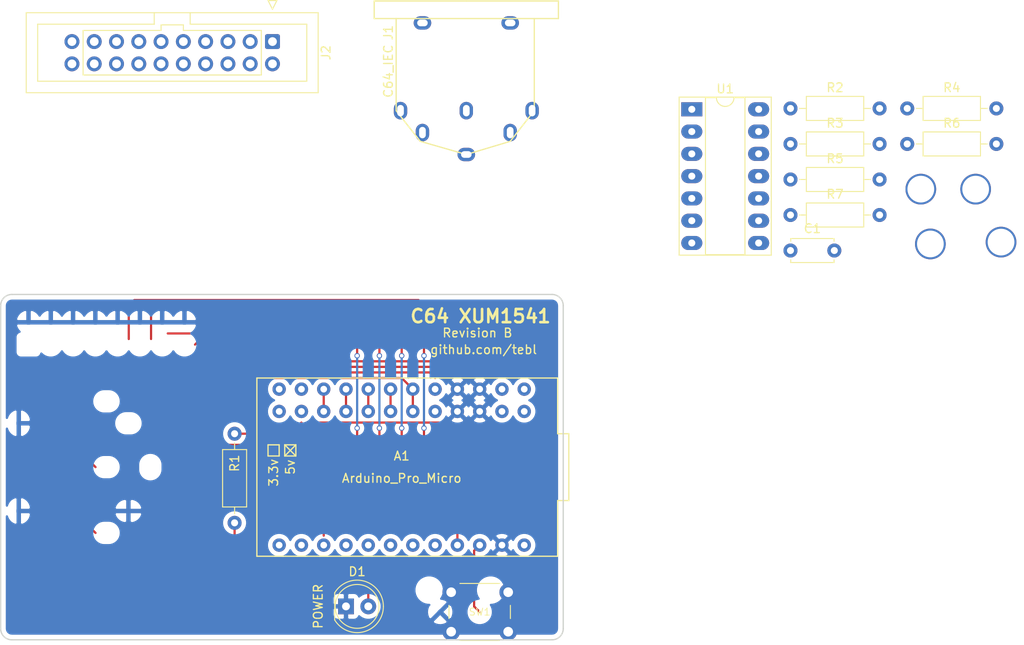
<source format=kicad_pcb>
(kicad_pcb (version 20171130) (host pcbnew "(5.1.8)-1")

  (general
    (thickness 1.6)
    (drawings 13)
    (tracks 88)
    (zones 0)
    (modules 18)
    (nets 36)
  )

  (page A4)
  (layers
    (0 F.Cu signal)
    (31 B.Cu signal)
    (32 B.Adhes user)
    (33 F.Adhes user)
    (34 B.Paste user)
    (35 F.Paste user)
    (36 B.SilkS user)
    (37 F.SilkS user)
    (38 B.Mask user)
    (39 F.Mask user)
    (40 Dwgs.User user)
    (41 Cmts.User user)
    (42 Eco1.User user)
    (43 Eco2.User user)
    (44 Edge.Cuts user)
    (45 Margin user)
    (46 B.CrtYd user)
    (47 F.CrtYd user)
    (48 B.Fab user)
    (49 F.Fab user)
  )

  (setup
    (last_trace_width 0.25)
    (user_trace_width 0.25)
    (trace_clearance 0.2)
    (zone_clearance 0.508)
    (zone_45_only no)
    (trace_min 0.2)
    (via_size 0.6)
    (via_drill 0.4)
    (via_min_size 0.4)
    (via_min_drill 0.3)
    (user_via 0.6 0.4)
    (uvia_size 0.3)
    (uvia_drill 0.1)
    (uvias_allowed no)
    (uvia_min_size 0.2)
    (uvia_min_drill 0.1)
    (edge_width 0.15)
    (segment_width 0.2)
    (pcb_text_width 0.3)
    (pcb_text_size 1.5 1.5)
    (mod_edge_width 0.15)
    (mod_text_size 1 1)
    (mod_text_width 0.15)
    (pad_size 1.524 1.524)
    (pad_drill 0.762)
    (pad_to_mask_clearance 0.2)
    (aux_axis_origin 0 0)
    (visible_elements 7FFFFFFF)
    (pcbplotparams
      (layerselection 0x011fc_ffffffff)
      (usegerberextensions true)
      (usegerberattributes false)
      (usegerberadvancedattributes false)
      (creategerberjobfile false)
      (excludeedgelayer true)
      (linewidth 0.100000)
      (plotframeref false)
      (viasonmask false)
      (mode 1)
      (useauxorigin false)
      (hpglpennumber 1)
      (hpglpenspeed 20)
      (hpglpendiameter 15.000000)
      (psnegative false)
      (psa4output false)
      (plotreference true)
      (plotvalue true)
      (plotinvisibletext false)
      (padsonsilk false)
      (subtractmaskfromsilk false)
      (outputformat 1)
      (mirror false)
      (drillshape 0)
      (scaleselection 1)
      (outputdirectory "export/"))
  )

  (net 0 "")
  (net 1 GND)
  (net 2 ATN)
  (net 3 SRQ)
  (net 4 RST)
  (net 5 DAT)
  (net 6 CLK)
  (net 7 VCC)
  (net 8 "Net-(D1-Pad2)")
  (net 9 /D2)
  (net 10 /D1)
  (net 11 /D3)
  (net 12 /D4)
  (net 13 /D5)
  (net 14 /D6)
  (net 15 /D7)
  (net 16 /DATA0)
  (net 17 /DATA2)
  (net 18 /SRQ_IN)
  (net 19 /DATA1)
  (net 20 /DATA_IN)
  (net 21 /RESET_IN)
  (net 22 /ATN_IN)
  (net 23 /ATN)
  (net 24 /SRQ)
  (net 25 /DATA3)
  (net 26 ~MCU_RESET)
  (net 27 /DATA4)
  (net 28 /DATA5)
  (net 29 /DATA6)
  (net 30 /DATA7)
  (net 31 /CLK_IN)
  (net 32 /CLK)
  (net 33 /DATA)
  (net 34 /RESET)
  (net 35 "Net-(R4-Pad1)")

  (net_class Default "This is the default net class."
    (clearance 0.2)
    (trace_width 0.25)
    (via_dia 0.6)
    (via_drill 0.4)
    (uvia_dia 0.3)
    (uvia_drill 0.1)
    (add_net /ATN)
    (add_net /ATN_IN)
    (add_net /CLK)
    (add_net /CLK_IN)
    (add_net /D1)
    (add_net /D2)
    (add_net /D3)
    (add_net /D4)
    (add_net /D5)
    (add_net /D6)
    (add_net /D7)
    (add_net /DATA)
    (add_net /DATA0)
    (add_net /DATA1)
    (add_net /DATA2)
    (add_net /DATA3)
    (add_net /DATA4)
    (add_net /DATA5)
    (add_net /DATA6)
    (add_net /DATA7)
    (add_net /DATA_IN)
    (add_net /RESET)
    (add_net /RESET_IN)
    (add_net /SRQ)
    (add_net /SRQ_IN)
    (add_net ATN)
    (add_net CLK)
    (add_net DAT)
    (add_net GND)
    (add_net "Net-(D1-Pad2)")
    (add_net "Net-(R4-Pad1)")
    (add_net RST)
    (add_net SRQ)
    (add_net VCC)
    (add_net ~MCU_RESET)
  )

  (net_class Power ""
    (clearance 0.2)
    (trace_width 1)
    (via_dia 1)
    (via_drill 0.6)
    (uvia_dia 0.3)
    (uvia_drill 0.1)
  )

  (module arduino_pro_micro:Arduino_Pro_Micro (layer F.Cu) (tedit 5EDE6C7F) (tstamp 5EDE6FC4)
    (at 107.95 86.36 270)
    (path /5EDD95E8)
    (fp_text reference A1 (at -1.27 0 180) (layer F.SilkS)
      (effects (font (size 1 1) (thickness 0.15)))
    )
    (fp_text value Arduino_Pro_Micro (at 1.27 0 180) (layer F.SilkS)
      (effects (font (size 1 1) (thickness 0.15)))
    )
    (fp_line (start -2.54 13.335) (end -1.27 13.335) (layer F.SilkS) (width 0.15))
    (fp_line (start -1.27 13.335) (end -1.27 12.065) (layer F.SilkS) (width 0.15))
    (fp_line (start -1.27 12.065) (end -2.54 12.065) (layer F.SilkS) (width 0.15))
    (fp_line (start -2.54 12.065) (end -2.54 13.335) (layer F.SilkS) (width 0.15))
    (fp_line (start -1.27 13.97) (end -2.54 13.97) (layer F.SilkS) (width 0.15))
    (fp_line (start -2.54 13.97) (end -2.54 15.24) (layer F.SilkS) (width 0.15))
    (fp_line (start -2.54 15.24) (end -1.27 15.24) (layer F.SilkS) (width 0.15))
    (fp_line (start -1.27 15.24) (end -1.27 13.97) (layer F.SilkS) (width 0.15))
    (fp_line (start 3.81 -19.05) (end 3.81 -17.78) (layer F.SilkS) (width 0.15))
    (fp_line (start 3.81 -17.78) (end 10.16 -17.78) (layer F.SilkS) (width 0.15))
    (fp_line (start -10.16 -17.78) (end -3.81 -17.78) (layer F.SilkS) (width 0.15))
    (fp_line (start -3.81 -17.78) (end -3.81 -19.05) (layer F.SilkS) (width 0.15))
    (fp_line (start -3.81 -19.05) (end 3.81 -19.05) (layer F.SilkS) (width 0.15))
    (fp_line (start 10.16 16.51) (end 10.16 -17.78) (layer F.SilkS) (width 0.15))
    (fp_line (start -10.16 -17.78) (end -10.16 16.51) (layer F.SilkS) (width 0.15))
    (fp_line (start -10.16 16.51) (end 10.16 16.51) (layer F.SilkS) (width 0.15))
    (fp_text user 5v (at 0 12.7 90) (layer F.SilkS)
      (effects (font (size 1 1) (thickness 0.15)))
    )
    (fp_text user 3.3v (at 0.635 14.605 90) (layer F.SilkS)
      (effects (font (size 1 1) (thickness 0.15)))
    )
    (pad 6 thru_hole circle (at -6.35 -1.27 270) (size 1.524 1.524) (drill 0.762) (layers *.Cu *.Mask)
      (net 16 /DATA0))
    (pad 2 thru_hole circle (at -6.35 -11.43 270) (size 1.524 1.524) (drill 0.762) (layers *.Cu *.Mask)
      (net 17 /DATA2))
    (pad 7 thru_hole circle (at -6.35 1.27 270) (size 1.524 1.524) (drill 0.762) (layers *.Cu *.Mask)
      (net 18 /SRQ_IN))
    (pad 5 thru_hole circle (at -6.35 -3.81 270) (size 1.524 1.524) (drill 0.762) (layers *.Cu *.Mask)
      (net 19 /DATA1))
    (pad 4 thru_hole circle (at -6.35 -6.35 270) (size 1.524 1.524) (drill 0.762) (layers *.Cu *.Mask)
      (net 1 GND))
    (pad 8 thru_hole circle (at -6.35 3.81 270) (size 1.524 1.524) (drill 0.762) (layers *.Cu *.Mask)
      (net 20 /DATA_IN))
    (pad 3 thru_hole circle (at -6.35 -8.89 270) (size 1.524 1.524) (drill 0.762) (layers *.Cu *.Mask)
      (net 1 GND))
    (pad 9 thru_hole circle (at -6.35 6.35 270) (size 1.524 1.524) (drill 0.762) (layers *.Cu *.Mask)
      (net 21 /RESET_IN))
    (pad 10 thru_hole circle (at -6.35 8.89 270) (size 1.524 1.524) (drill 0.762) (layers *.Cu *.Mask)
      (net 22 /ATN_IN))
    (pad 11 thru_hole circle (at -6.35 11.43 270) (size 1.524 1.524) (drill 0.762) (layers *.Cu *.Mask)
      (net 23 /ATN))
    (pad 12 thru_hole circle (at -6.35 13.97 270) (size 1.524 1.524) (drill 0.762) (layers *.Cu *.Mask)
      (net 24 /SRQ))
    (pad 1 thru_hole circle (at -6.35 -13.97 270) (size 1.524 1.524) (drill 0.762) (layers *.Cu *.Mask)
      (net 25 /DATA3))
    (pad 1 thru_hole circle (at -8.89 -13.97 270) (size 1.524 1.524) (drill 0.762) (layers *.Cu *.Mask)
      (net 25 /DATA3))
    (pad 24 thru_hole circle (at 8.89 -13.97 270) (size 1.524 1.524) (drill 0.762) (layers *.Cu *.Mask))
    (pad 23 thru_hole circle (at 8.89 -11.43 270) (size 1.524 1.524) (drill 0.762) (layers *.Cu *.Mask)
      (net 1 GND))
    (pad 22 thru_hole circle (at 8.89 -8.89 270) (size 1.524 1.524) (drill 0.762) (layers *.Cu *.Mask)
      (net 26 ~MCU_RESET))
    (pad 21 thru_hole circle (at 8.89 -6.35 270) (size 1.524 1.524) (drill 0.762) (layers *.Cu *.Mask)
      (net 7 VCC))
    (pad 20 thru_hole circle (at 8.89 -3.81 270) (size 1.524 1.524) (drill 0.762) (layers *.Cu *.Mask)
      (net 27 /DATA4))
    (pad 19 thru_hole circle (at 8.89 -1.27 270) (size 1.524 1.524) (drill 0.762) (layers *.Cu *.Mask)
      (net 28 /DATA5))
    (pad 18 thru_hole circle (at 8.89 1.27 270) (size 1.524 1.524) (drill 0.762) (layers *.Cu *.Mask)
      (net 29 /DATA6))
    (pad 17 thru_hole circle (at 8.89 3.81 270) (size 1.524 1.524) (drill 0.762) (layers *.Cu *.Mask)
      (net 30 /DATA7))
    (pad 16 thru_hole circle (at 8.89 6.35 270) (size 1.524 1.524) (drill 0.762) (layers *.Cu *.Mask)
      (net 31 /CLK_IN))
    (pad 15 thru_hole circle (at 8.89 8.89 270) (size 1.524 1.524) (drill 0.762) (layers *.Cu *.Mask)
      (net 32 /CLK))
    (pad 14 thru_hole circle (at 8.89 11.43 270) (size 1.524 1.524) (drill 0.762) (layers *.Cu *.Mask)
      (net 33 /DATA))
    (pad 13 thru_hole circle (at 8.89 13.97 270) (size 1.524 1.524) (drill 0.762) (layers *.Cu *.Mask)
      (net 34 /RESET))
    (pad 12 thru_hole circle (at -8.89 13.97 270) (size 1.524 1.524) (drill 0.762) (layers *.Cu *.Mask)
      (net 24 /SRQ))
    (pad 11 thru_hole circle (at -8.89 11.43 270) (size 1.524 1.524) (drill 0.762) (layers *.Cu *.Mask)
      (net 23 /ATN))
    (pad 10 thru_hole circle (at -8.89 8.89 270) (size 1.524 1.524) (drill 0.762) (layers *.Cu *.Mask)
      (net 22 /ATN_IN))
    (pad 9 thru_hole circle (at -8.89 6.35 270) (size 1.524 1.524) (drill 0.762) (layers *.Cu *.Mask)
      (net 21 /RESET_IN))
    (pad 8 thru_hole circle (at -8.89 3.81 270) (size 1.524 1.524) (drill 0.762) (layers *.Cu *.Mask)
      (net 20 /DATA_IN))
    (pad 7 thru_hole circle (at -8.89 1.27 270) (size 1.524 1.524) (drill 0.762) (layers *.Cu *.Mask)
      (net 18 /SRQ_IN))
    (pad 6 thru_hole circle (at -8.89 -1.27 270) (size 1.524 1.524) (drill 0.762) (layers *.Cu *.Mask)
      (net 16 /DATA0))
    (pad 5 thru_hole circle (at -8.89 -3.81 270) (size 1.524 1.524) (drill 0.762) (layers *.Cu *.Mask)
      (net 19 /DATA1))
    (pad 4 thru_hole circle (at -8.89 -6.35 270) (size 1.524 1.524) (drill 0.762) (layers *.Cu *.Mask)
      (net 1 GND))
    (pad 3 thru_hole circle (at -8.89 -8.89 270) (size 1.524 1.524) (drill 0.762) (layers *.Cu *.Mask)
      (net 1 GND))
    (pad 2 thru_hole circle (at -8.89 -11.43 270) (size 1.524 1.524) (drill 0.762) (layers *.Cu *.Mask)
      (net 17 /DATA2))
  )

  (module C64_IEC:C64_IEC (layer F.Cu) (tedit 5B1FB4B6) (tstamp 5EDE7584)
    (at 115.316 45.72 180)
    (path /5EDD9D01)
    (fp_text reference J1 (at 8.89 8.89 270) (layer F.SilkS)
      (effects (font (size 1 1) (thickness 0.15)))
    )
    (fp_text value C64_IEC (at 8.89 7.62 270) (layer F.SilkS)
      (effects (font (size 1 1) (thickness 0.15)) (justify right))
    )
    (fp_line (start 0 12.5) (end -10.5 12.5) (layer F.SilkS) (width 0.15))
    (fp_line (start 0 12.5) (end 10.5 12.5) (layer F.SilkS) (width 0.15))
    (fp_line (start 10.5 10.5) (end 10.5 12.5) (layer F.SilkS) (width 0.15))
    (fp_line (start -10.5 10.5) (end 10.5 10.5) (layer F.SilkS) (width 0.15))
    (fp_line (start -10.5 12.5) (end -10.5 10.5) (layer F.SilkS) (width 0.15))
    (fp_line (start 8 0) (end 8 10.5) (layer F.SilkS) (width 0.15))
    (fp_line (start -7.75 10.5) (end -7.75 0) (layer F.SilkS) (width 0.15))
    (fp_line (start 5.25 -3.5) (end 8 0) (layer F.SilkS) (width 0.15))
    (fp_line (start 0 -5) (end 5.25 -3.5) (layer F.SilkS) (width 0.15))
    (fp_line (start -5 -3.5) (end 0 -5) (layer F.SilkS) (width 0.15))
    (fp_line (start -7.75 0) (end -5 -3.5) (layer F.SilkS) (width 0.15))
    (pad 4 thru_hole oval (at -5 -2.5 180) (size 1.524 2) (drill oval 0.762 1.3) (layers *.Cu *.Mask)
      (net 31 /CLK_IN))
    (pad 2 thru_hole oval (at 5 -2.5 180) (size 1.524 2) (drill oval 0.762 1.3) (layers *.Cu *.Mask)
      (net 1 GND))
    (pad 5 thru_hole oval (at -7.5 0 180) (size 1.524 2) (drill oval 0.762 1.3) (layers *.Cu *.Mask)
      (net 20 /DATA_IN))
    (pad 1 thru_hole oval (at 7.5 0 180) (size 1.524 2) (drill oval 0.762 1.3) (layers *.Cu *.Mask)
      (net 18 /SRQ_IN))
    (pad 7 thru_hole oval (at -5 10 180) (size 2 1.524) (drill oval 1.2 0.762) (layers *.Cu *.Mask)
      (net 1 GND))
    (pad 8 thru_hole oval (at 5 10 180) (size 2 1.524) (drill oval 1.2 0.762) (layers *.Cu *.Mask)
      (net 1 GND))
    (pad 3 thru_hole oval (at 0 0 180) (size 1.524 2) (drill oval 0.762 1.3) (layers *.Cu *.Mask)
      (net 22 /ATN_IN))
    (pad 6 thru_hole oval (at 0 -5 180) (size 2 1.524) (drill oval 1.2 0.762) (layers *.Cu *.Mask)
      (net 21 /RESET_IN))
  )

  (module LEDs:LED_D5.0mm (layer F.Cu) (tedit 5995936A) (tstamp 5EDE76B5)
    (at 101.6 102.235)
    (descr "LED, diameter 5.0mm, 2 pins, http://cdn-reichelt.de/documents/datenblatt/A500/LL-504BC2E-009.pdf")
    (tags "LED diameter 5.0mm 2 pins")
    (path /5EE10306)
    (fp_text reference D1 (at 1.27 -3.96) (layer F.SilkS)
      (effects (font (size 1 1) (thickness 0.15)))
    )
    (fp_text value POWER (at -3.175 0 90) (layer F.SilkS)
      (effects (font (size 1 1) (thickness 0.15)))
    )
    (fp_circle (center 1.27 0) (end 3.77 0) (layer F.Fab) (width 0.1))
    (fp_circle (center 1.27 0) (end 3.77 0) (layer F.SilkS) (width 0.12))
    (fp_line (start -1.23 -1.469694) (end -1.23 1.469694) (layer F.Fab) (width 0.1))
    (fp_line (start -1.29 -1.545) (end -1.29 1.545) (layer F.SilkS) (width 0.12))
    (fp_line (start -1.95 -3.25) (end -1.95 3.25) (layer F.CrtYd) (width 0.05))
    (fp_line (start -1.95 3.25) (end 4.5 3.25) (layer F.CrtYd) (width 0.05))
    (fp_line (start 4.5 3.25) (end 4.5 -3.25) (layer F.CrtYd) (width 0.05))
    (fp_line (start 4.5 -3.25) (end -1.95 -3.25) (layer F.CrtYd) (width 0.05))
    (fp_text user %R (at 1.25 0) (layer F.Fab)
      (effects (font (size 0.8 0.8) (thickness 0.2)))
    )
    (fp_arc (start 1.27 0) (end -1.29 1.54483) (angle -148.9) (layer F.SilkS) (width 0.12))
    (fp_arc (start 1.27 0) (end -1.29 -1.54483) (angle 148.9) (layer F.SilkS) (width 0.12))
    (fp_arc (start 1.27 0) (end -1.23 -1.469694) (angle 299.1) (layer F.Fab) (width 0.1))
    (pad 2 thru_hole circle (at 2.54 0) (size 1.8 1.8) (drill 0.9) (layers *.Cu *.Mask)
      (net 8 "Net-(D1-Pad2)"))
    (pad 1 thru_hole rect (at 0 0) (size 1.8 1.8) (drill 0.9) (layers *.Cu *.Mask)
      (net 1 GND))
    (model ${KISYS3DMOD}/LEDs.3dshapes/LED_D5.0mm.wrl
      (at (xyz 0 0 0))
      (scale (xyz 0.393701 0.393701 0.393701))
      (rotate (xyz 0 0 0))
    )
  )

  (module Capacitor_THT:C_Disc_D4.7mm_W2.5mm_P5.00mm (layer F.Cu) (tedit 5AE50EF0) (tstamp 604873DF)
    (at 152.271001 61.667001)
    (descr "C, Disc series, Radial, pin pitch=5.00mm, , diameter*width=4.7*2.5mm^2, Capacitor, http://www.vishay.com/docs/45233/krseries.pdf")
    (tags "C Disc series Radial pin pitch 5.00mm  diameter 4.7mm width 2.5mm Capacitor")
    (path /6048C2E1)
    (fp_text reference C1 (at 2.5 -2.5) (layer F.SilkS)
      (effects (font (size 1 1) (thickness 0.15)))
    )
    (fp_text value 100nF (at 2.5 2.5) (layer F.Fab)
      (effects (font (size 1 1) (thickness 0.15)))
    )
    (fp_line (start 6.05 -1.5) (end -1.05 -1.5) (layer F.CrtYd) (width 0.05))
    (fp_line (start 6.05 1.5) (end 6.05 -1.5) (layer F.CrtYd) (width 0.05))
    (fp_line (start -1.05 1.5) (end 6.05 1.5) (layer F.CrtYd) (width 0.05))
    (fp_line (start -1.05 -1.5) (end -1.05 1.5) (layer F.CrtYd) (width 0.05))
    (fp_line (start 4.97 1.055) (end 4.97 1.37) (layer F.SilkS) (width 0.12))
    (fp_line (start 4.97 -1.37) (end 4.97 -1.055) (layer F.SilkS) (width 0.12))
    (fp_line (start 0.03 1.055) (end 0.03 1.37) (layer F.SilkS) (width 0.12))
    (fp_line (start 0.03 -1.37) (end 0.03 -1.055) (layer F.SilkS) (width 0.12))
    (fp_line (start 0.03 1.37) (end 4.97 1.37) (layer F.SilkS) (width 0.12))
    (fp_line (start 0.03 -1.37) (end 4.97 -1.37) (layer F.SilkS) (width 0.12))
    (fp_line (start 4.85 -1.25) (end 0.15 -1.25) (layer F.Fab) (width 0.1))
    (fp_line (start 4.85 1.25) (end 4.85 -1.25) (layer F.Fab) (width 0.1))
    (fp_line (start 0.15 1.25) (end 4.85 1.25) (layer F.Fab) (width 0.1))
    (fp_line (start 0.15 -1.25) (end 0.15 1.25) (layer F.Fab) (width 0.1))
    (fp_text user %R (at 2.5 0) (layer F.Fab)
      (effects (font (size 0.94 0.94) (thickness 0.141)))
    )
    (pad 1 thru_hole circle (at 0 0) (size 1.6 1.6) (drill 0.8) (layers *.Cu *.Mask)
      (net 7 VCC))
    (pad 2 thru_hole circle (at 5 0) (size 1.6 1.6) (drill 0.8) (layers *.Cu *.Mask)
      (net 1 GND))
    (model ${KISYS3DMOD}/Capacitor_THT.3dshapes/C_Disc_D4.7mm_W2.5mm_P5.00mm.wrl
      (at (xyz 0 0 0))
      (scale (xyz 1 1 1))
      (rotate (xyz 0 0 0))
    )
  )

  (module speed_dos:SpeedDOS_IDC (layer F.Cu) (tedit 6047F66F) (tstamp 604873E0)
    (at 93.218 37.846 270)
    (descr "Through hole IDC box header, 2x10, 2.54mm pitch, DIN 41651 / IEC 60603-13, double rows, https://docs.google.com/spreadsheets/d/16SsEcesNF15N3Lb4niX7dcUr-NY5_MFPQhobNuNppn4/edit#gid=0")
    (tags "Through hole vertical IDC box header THT 2x10 2.54mm double row")
    (path /5EF167B3)
    (fp_text reference J2 (at 1.27 -6.1 90) (layer F.SilkS)
      (effects (font (size 1 1) (thickness 0.15)))
    )
    (fp_text value SpeedDOS (at 1.27 28.96 90) (layer F.Fab)
      (effects (font (size 1 1) (thickness 0.15)))
    )
    (fp_line (start -1.27 10.16) (end -1.27 1.27) (layer F.SilkS) (width 0.12))
    (fp_line (start -1.905 10.16) (end -1.27 10.16) (layer F.SilkS) (width 0.12))
    (fp_line (start -1.905 12.7) (end -1.905 10.16) (layer F.SilkS) (width 0.12))
    (fp_line (start -1.27 12.7) (end -1.905 12.7) (layer F.SilkS) (width 0.12))
    (fp_line (start -1.27 21.59) (end -1.27 12.7) (layer F.SilkS) (width 0.12))
    (fp_line (start 3.81 21.59) (end -1.27 21.59) (layer F.SilkS) (width 0.12))
    (fp_line (start 3.81 1.27) (end 3.81 21.59) (layer F.SilkS) (width 0.12))
    (fp_line (start -1.27 1.27) (end 3.81 1.27) (layer F.SilkS) (width 0.12))
    (fp_line (start 6.22 -5.6) (end -3.68 -5.6) (layer F.CrtYd) (width 0.05))
    (fp_line (start 6.22 28.46) (end 6.22 -5.6) (layer F.CrtYd) (width 0.05))
    (fp_line (start -3.68 28.46) (end 6.22 28.46) (layer F.CrtYd) (width 0.05))
    (fp_line (start -3.68 -5.6) (end -3.68 28.46) (layer F.CrtYd) (width 0.05))
    (fp_line (start -4.68 0.5) (end -3.68 0) (layer F.SilkS) (width 0.12))
    (fp_line (start -4.68 -0.5) (end -4.68 0.5) (layer F.SilkS) (width 0.12))
    (fp_line (start -3.68 0) (end -4.68 -0.5) (layer F.SilkS) (width 0.12))
    (fp_line (start -1.98 13.48) (end -3.29 13.48) (layer F.SilkS) (width 0.12))
    (fp_line (start -1.98 13.48) (end -1.98 13.48) (layer F.SilkS) (width 0.12))
    (fp_line (start -1.98 26.77) (end -1.98 13.48) (layer F.SilkS) (width 0.12))
    (fp_line (start 4.52 26.77) (end -1.98 26.77) (layer F.SilkS) (width 0.12))
    (fp_line (start 4.52 -3.91) (end 4.52 26.77) (layer F.SilkS) (width 0.12))
    (fp_line (start -1.98 -3.91) (end 4.52 -3.91) (layer F.SilkS) (width 0.12))
    (fp_line (start -1.98 9.38) (end -1.98 -3.91) (layer F.SilkS) (width 0.12))
    (fp_line (start -3.29 9.38) (end -1.98 9.38) (layer F.SilkS) (width 0.12))
    (fp_line (start -3.29 28.07) (end -3.29 -5.21) (layer F.SilkS) (width 0.12))
    (fp_line (start 5.83 28.07) (end -3.29 28.07) (layer F.SilkS) (width 0.12))
    (fp_line (start 5.83 -5.21) (end 5.83 28.07) (layer F.SilkS) (width 0.12))
    (fp_line (start -3.29 -5.21) (end 5.83 -5.21) (layer F.SilkS) (width 0.12))
    (fp_line (start -1.98 13.48) (end -3.18 13.48) (layer F.Fab) (width 0.1))
    (fp_line (start -1.98 13.48) (end -1.98 13.48) (layer F.Fab) (width 0.1))
    (fp_line (start -1.98 26.77) (end -1.98 13.48) (layer F.Fab) (width 0.1))
    (fp_line (start 4.52 26.77) (end -1.98 26.77) (layer F.Fab) (width 0.1))
    (fp_line (start 4.52 -3.91) (end 4.52 26.77) (layer F.Fab) (width 0.1))
    (fp_line (start -1.98 -3.91) (end 4.52 -3.91) (layer F.Fab) (width 0.1))
    (fp_line (start -1.98 9.38) (end -1.98 -3.91) (layer F.Fab) (width 0.1))
    (fp_line (start -3.18 9.38) (end -1.98 9.38) (layer F.Fab) (width 0.1))
    (fp_line (start -3.18 27.96) (end -3.18 -4.1) (layer F.Fab) (width 0.1))
    (fp_line (start 5.72 27.96) (end -3.18 27.96) (layer F.Fab) (width 0.1))
    (fp_line (start 5.72 -5.1) (end 5.72 27.96) (layer F.Fab) (width 0.1))
    (fp_line (start -2.18 -5.1) (end 5.72 -5.1) (layer F.Fab) (width 0.1))
    (fp_line (start -3.18 -4.1) (end -2.18 -5.1) (layer F.Fab) (width 0.1))
    (fp_text user %R (at 1.27 11.43) (layer F.Fab)
      (effects (font (size 1 1) (thickness 0.15)))
    )
    (pad 1 thru_hole roundrect (at 0 0 270) (size 1.7 1.7) (drill 1) (layers *.Cu *.Mask) (roundrect_rratio 0.147059))
    (pad 3 thru_hole circle (at 0 5.08 270) (size 1.7 1.7) (drill 1) (layers *.Cu *.Mask)
      (net 19 /DATA1))
    (pad 5 thru_hole circle (at 0 10.16 270) (size 1.7 1.7) (drill 1) (layers *.Cu *.Mask)
      (net 25 /DATA3))
    (pad 7 thru_hole circle (at 0 15.24 270) (size 1.7 1.7) (drill 1) (layers *.Cu *.Mask)
      (net 28 /DATA5))
    (pad 9 thru_hole circle (at 0 20.32 270) (size 1.7 1.7) (drill 1) (layers *.Cu *.Mask)
      (net 30 /DATA7))
    (pad 11 thru_hole circle (at 2.54 22.86 270) (size 1.7 1.7) (drill 1) (layers *.Cu *.Mask)
      (net 1 GND))
    (pad 2 thru_hole circle (at 0 2.54 270) (size 1.7 1.7) (drill 1) (layers *.Cu *.Mask)
      (net 16 /DATA0))
    (pad 4 thru_hole circle (at 0 7.62 270) (size 1.7 1.7) (drill 1) (layers *.Cu *.Mask)
      (net 17 /DATA2))
    (pad 6 thru_hole circle (at 0 12.7 270) (size 1.7 1.7) (drill 1) (layers *.Cu *.Mask)
      (net 27 /DATA4))
    (pad 8 thru_hole circle (at 0 17.78 270) (size 1.7 1.7) (drill 1) (layers *.Cu *.Mask)
      (net 29 /DATA6))
    (pad 10 thru_hole circle (at 0 22.86 270) (size 1.7 1.7) (drill 1) (layers *.Cu *.Mask))
    (pad 11 thru_hole circle (at 2.54 20.32 270) (size 1.7 1.7) (drill 1) (layers *.Cu *.Mask)
      (net 1 GND))
    (pad 11 thru_hole circle (at 2.54 17.78 270) (size 1.7 1.7) (drill 1) (layers *.Cu *.Mask)
      (net 1 GND))
    (pad 11 thru_hole circle (at 2.54 15.24 270) (size 1.7 1.7) (drill 1) (layers *.Cu *.Mask)
      (net 1 GND))
    (pad 11 thru_hole circle (at 2.54 12.7 270) (size 1.7 1.7) (drill 1) (layers *.Cu *.Mask)
      (net 1 GND))
    (pad 11 thru_hole circle (at 2.54 10.16 270) (size 1.7 1.7) (drill 1) (layers *.Cu *.Mask)
      (net 1 GND))
    (pad 11 thru_hole circle (at 2.54 7.62 270) (size 1.7 1.7) (drill 1) (layers *.Cu *.Mask)
      (net 1 GND))
    (pad 11 thru_hole circle (at 2.54 5.08 270) (size 1.7 1.7) (drill 1) (layers *.Cu *.Mask)
      (net 1 GND))
    (pad 11 thru_hole circle (at 2.54 2.54 270) (size 1.7 1.7) (drill 1) (layers *.Cu *.Mask)
      (net 1 GND))
    (pad 11 thru_hole circle (at 2.54 0 270) (size 1.7 1.7) (drill 1) (layers *.Cu *.Mask)
      (net 1 GND))
    (model ${KISYS3DMOD}/Connector_IDC.3dshapes/IDC-Header_2x10_P2.54mm_Vertical.wrl
      (at (xyz 0 0 0))
      (scale (xyz 1 1 1))
      (rotate (xyz 0 0 0))
    )
  )

  (module mounting:M3_pin (layer F.Cu) (tedit 5F76331A) (tstamp 60487426)
    (at 176.276 60.706)
    (descr "module 1 pin (ou trou mecanique de percage)")
    (tags DEV)
    (path /6049C1C8)
    (fp_text reference M1 (at 0 -3.048) (layer F.Fab) hide
      (effects (font (size 1 1) (thickness 0.15)))
    )
    (fp_text value Mounting (at 0 3) (layer F.Fab) hide
      (effects (font (size 1 1) (thickness 0.15)))
    )
    (fp_circle (center 0 0) (end 2.6 0) (layer F.CrtYd) (width 0.05))
    (fp_circle (center 0 0) (end 2 0.8) (layer F.Fab) (width 0.1))
    (pad 1 thru_hole circle (at 0 0) (size 3.5 3.5) (drill 3.048) (layers *.Cu *.Mask)
      (solder_mask_margin 0.8))
  )

  (module mounting:M3_pin (layer F.Cu) (tedit 5F76331A) (tstamp 6048742D)
    (at 167.131001 54.667001)
    (descr "module 1 pin (ou trou mecanique de percage)")
    (tags DEV)
    (path /6049C9D2)
    (fp_text reference M2 (at 0 -3.048) (layer F.Fab) hide
      (effects (font (size 1 1) (thickness 0.15)))
    )
    (fp_text value Mounting (at 0 3) (layer F.Fab) hide
      (effects (font (size 1 1) (thickness 0.15)))
    )
    (fp_circle (center 0 0) (end 2 0.8) (layer F.Fab) (width 0.1))
    (fp_circle (center 0 0) (end 2.6 0) (layer F.CrtYd) (width 0.05))
    (pad 1 thru_hole circle (at 0 0) (size 3.5 3.5) (drill 3.048) (layers *.Cu *.Mask)
      (solder_mask_margin 0.8))
  )

  (module mounting:M3_pin (layer F.Cu) (tedit 5F76331A) (tstamp 60487434)
    (at 173.381001 54.667001)
    (descr "module 1 pin (ou trou mecanique de percage)")
    (tags DEV)
    (path /6049F898)
    (fp_text reference M3 (at 0 -3.048) (layer F.Fab) hide
      (effects (font (size 1 1) (thickness 0.15)))
    )
    (fp_text value Mounting (at 0 3) (layer F.Fab) hide
      (effects (font (size 1 1) (thickness 0.15)))
    )
    (fp_circle (center 0 0) (end 2.6 0) (layer F.CrtYd) (width 0.05))
    (fp_circle (center 0 0) (end 2 0.8) (layer F.Fab) (width 0.1))
    (pad 1 thru_hole circle (at 0 0) (size 3.5 3.5) (drill 3.048) (layers *.Cu *.Mask)
      (solder_mask_margin 0.8))
  )

  (module mounting:M3_pin (layer F.Cu) (tedit 5F76331A) (tstamp 6048743B)
    (at 168.221001 60.917001)
    (descr "module 1 pin (ou trou mecanique de percage)")
    (tags DEV)
    (path /604A26DE)
    (fp_text reference M4 (at 0 -3.048) (layer F.Fab) hide
      (effects (font (size 1 1) (thickness 0.15)))
    )
    (fp_text value Mounting (at 0 3) (layer F.Fab) hide
      (effects (font (size 1 1) (thickness 0.15)))
    )
    (fp_circle (center 0 0) (end 2 0.8) (layer F.Fab) (width 0.1))
    (fp_circle (center 0 0) (end 2.6 0) (layer F.CrtYd) (width 0.05))
    (pad 1 thru_hole circle (at 0 0) (size 3.5 3.5) (drill 3.048) (layers *.Cu *.Mask)
      (solder_mask_margin 0.8))
  )

  (module Resistor_THT:R_Axial_DIN0207_L6.3mm_D2.5mm_P10.16mm_Horizontal (layer F.Cu) (tedit 5AE5139B) (tstamp 6048743C)
    (at 88.9 82.55 270)
    (descr "Resistor, Axial_DIN0207 series, Axial, Horizontal, pin pitch=10.16mm, 0.25W = 1/4W, length*diameter=6.3*2.5mm^2, http://cdn-reichelt.de/documents/datenblatt/B400/1_4W%23YAG.pdf")
    (tags "Resistor Axial_DIN0207 series Axial Horizontal pin pitch 10.16mm 0.25W = 1/4W length 6.3mm diameter 2.5mm")
    (path /5EE0FE5F)
    (fp_text reference R1 (at 3.369999 0 90) (layer F.SilkS)
      (effects (font (size 1 1) (thickness 0.15)))
    )
    (fp_text value 330 (at 6.35 0 90) (layer F.Fab)
      (effects (font (size 1 1) (thickness 0.15)))
    )
    (fp_line (start 11.21 -1.5) (end -1.05 -1.5) (layer F.CrtYd) (width 0.05))
    (fp_line (start 11.21 1.5) (end 11.21 -1.5) (layer F.CrtYd) (width 0.05))
    (fp_line (start -1.05 1.5) (end 11.21 1.5) (layer F.CrtYd) (width 0.05))
    (fp_line (start -1.05 -1.5) (end -1.05 1.5) (layer F.CrtYd) (width 0.05))
    (fp_line (start 9.12 0) (end 8.35 0) (layer F.SilkS) (width 0.12))
    (fp_line (start 1.04 0) (end 1.81 0) (layer F.SilkS) (width 0.12))
    (fp_line (start 8.35 -1.37) (end 1.81 -1.37) (layer F.SilkS) (width 0.12))
    (fp_line (start 8.35 1.37) (end 8.35 -1.37) (layer F.SilkS) (width 0.12))
    (fp_line (start 1.81 1.37) (end 8.35 1.37) (layer F.SilkS) (width 0.12))
    (fp_line (start 1.81 -1.37) (end 1.81 1.37) (layer F.SilkS) (width 0.12))
    (fp_line (start 10.16 0) (end 8.23 0) (layer F.Fab) (width 0.1))
    (fp_line (start 0 0) (end 1.93 0) (layer F.Fab) (width 0.1))
    (fp_line (start 8.23 -1.25) (end 1.93 -1.25) (layer F.Fab) (width 0.1))
    (fp_line (start 8.23 1.25) (end 8.23 -1.25) (layer F.Fab) (width 0.1))
    (fp_line (start 1.93 1.25) (end 8.23 1.25) (layer F.Fab) (width 0.1))
    (fp_line (start 1.93 -1.25) (end 1.93 1.25) (layer F.Fab) (width 0.1))
    (fp_text user %R (at 5.08 0 90) (layer F.Fab)
      (effects (font (size 1 1) (thickness 0.15)))
    )
    (pad 1 thru_hole circle (at 0 0 270) (size 1.6 1.6) (drill 0.8) (layers *.Cu *.Mask)
      (net 7 VCC))
    (pad 2 thru_hole oval (at 10.16 0 270) (size 1.6 1.6) (drill 0.8) (layers *.Cu *.Mask)
      (net 8 "Net-(D1-Pad2)"))
    (model ${KISYS3DMOD}/Resistor_THT.3dshapes/R_Axial_DIN0207_L6.3mm_D2.5mm_P10.16mm_Horizontal.wrl
      (at (xyz 0 0 0))
      (scale (xyz 1 1 1))
      (rotate (xyz 0 0 0))
    )
  )

  (module Resistor_THT:R_Axial_DIN0207_L6.3mm_D2.5mm_P10.16mm_Horizontal (layer F.Cu) (tedit 5AE5139B) (tstamp 60487468)
    (at 152.271001 45.467001)
    (descr "Resistor, Axial_DIN0207 series, Axial, Horizontal, pin pitch=10.16mm, 0.25W = 1/4W, length*diameter=6.3*2.5mm^2, http://cdn-reichelt.de/documents/datenblatt/B400/1_4W%23YAG.pdf")
    (tags "Resistor Axial_DIN0207 series Axial Horizontal pin pitch 10.16mm 0.25W = 1/4W length 6.3mm diameter 2.5mm")
    (path /605263A6)
    (fp_text reference R2 (at 5.08 -2.37) (layer F.SilkS)
      (effects (font (size 1 1) (thickness 0.15)))
    )
    (fp_text value 100k (at 5.08 2.37) (layer F.Fab)
      (effects (font (size 1 1) (thickness 0.15)))
    )
    (fp_text user %R (at 5.08 0) (layer F.Fab)
      (effects (font (size 1 1) (thickness 0.15)))
    )
    (fp_line (start 1.93 -1.25) (end 1.93 1.25) (layer F.Fab) (width 0.1))
    (fp_line (start 1.93 1.25) (end 8.23 1.25) (layer F.Fab) (width 0.1))
    (fp_line (start 8.23 1.25) (end 8.23 -1.25) (layer F.Fab) (width 0.1))
    (fp_line (start 8.23 -1.25) (end 1.93 -1.25) (layer F.Fab) (width 0.1))
    (fp_line (start 0 0) (end 1.93 0) (layer F.Fab) (width 0.1))
    (fp_line (start 10.16 0) (end 8.23 0) (layer F.Fab) (width 0.1))
    (fp_line (start 1.81 -1.37) (end 1.81 1.37) (layer F.SilkS) (width 0.12))
    (fp_line (start 1.81 1.37) (end 8.35 1.37) (layer F.SilkS) (width 0.12))
    (fp_line (start 8.35 1.37) (end 8.35 -1.37) (layer F.SilkS) (width 0.12))
    (fp_line (start 8.35 -1.37) (end 1.81 -1.37) (layer F.SilkS) (width 0.12))
    (fp_line (start 1.04 0) (end 1.81 0) (layer F.SilkS) (width 0.12))
    (fp_line (start 9.12 0) (end 8.35 0) (layer F.SilkS) (width 0.12))
    (fp_line (start -1.05 -1.5) (end -1.05 1.5) (layer F.CrtYd) (width 0.05))
    (fp_line (start -1.05 1.5) (end 11.21 1.5) (layer F.CrtYd) (width 0.05))
    (fp_line (start 11.21 1.5) (end 11.21 -1.5) (layer F.CrtYd) (width 0.05))
    (fp_line (start 11.21 -1.5) (end -1.05 -1.5) (layer F.CrtYd) (width 0.05))
    (pad 2 thru_hole oval (at 10.16 0) (size 1.6 1.6) (drill 0.8) (layers *.Cu *.Mask)
      (net 1 GND))
    (pad 1 thru_hole circle (at 0 0) (size 1.6 1.6) (drill 0.8) (layers *.Cu *.Mask)
      (net 33 /DATA))
    (model ${KISYS3DMOD}/Resistor_THT.3dshapes/R_Axial_DIN0207_L6.3mm_D2.5mm_P10.16mm_Horizontal.wrl
      (at (xyz 0 0 0))
      (scale (xyz 1 1 1))
      (rotate (xyz 0 0 0))
    )
  )

  (module Resistor_THT:R_Axial_DIN0207_L6.3mm_D2.5mm_P10.16mm_Horizontal (layer F.Cu) (tedit 5AE5139B) (tstamp 6048747F)
    (at 152.271001 49.517001)
    (descr "Resistor, Axial_DIN0207 series, Axial, Horizontal, pin pitch=10.16mm, 0.25W = 1/4W, length*diameter=6.3*2.5mm^2, http://cdn-reichelt.de/documents/datenblatt/B400/1_4W%23YAG.pdf")
    (tags "Resistor Axial_DIN0207 series Axial Horizontal pin pitch 10.16mm 0.25W = 1/4W length 6.3mm diameter 2.5mm")
    (path /605225C1)
    (fp_text reference R3 (at 5.08 -2.37) (layer F.SilkS)
      (effects (font (size 1 1) (thickness 0.15)))
    )
    (fp_text value 100k (at 5.08 2.37) (layer F.Fab)
      (effects (font (size 1 1) (thickness 0.15)))
    )
    (fp_line (start 11.21 -1.5) (end -1.05 -1.5) (layer F.CrtYd) (width 0.05))
    (fp_line (start 11.21 1.5) (end 11.21 -1.5) (layer F.CrtYd) (width 0.05))
    (fp_line (start -1.05 1.5) (end 11.21 1.5) (layer F.CrtYd) (width 0.05))
    (fp_line (start -1.05 -1.5) (end -1.05 1.5) (layer F.CrtYd) (width 0.05))
    (fp_line (start 9.12 0) (end 8.35 0) (layer F.SilkS) (width 0.12))
    (fp_line (start 1.04 0) (end 1.81 0) (layer F.SilkS) (width 0.12))
    (fp_line (start 8.35 -1.37) (end 1.81 -1.37) (layer F.SilkS) (width 0.12))
    (fp_line (start 8.35 1.37) (end 8.35 -1.37) (layer F.SilkS) (width 0.12))
    (fp_line (start 1.81 1.37) (end 8.35 1.37) (layer F.SilkS) (width 0.12))
    (fp_line (start 1.81 -1.37) (end 1.81 1.37) (layer F.SilkS) (width 0.12))
    (fp_line (start 10.16 0) (end 8.23 0) (layer F.Fab) (width 0.1))
    (fp_line (start 0 0) (end 1.93 0) (layer F.Fab) (width 0.1))
    (fp_line (start 8.23 -1.25) (end 1.93 -1.25) (layer F.Fab) (width 0.1))
    (fp_line (start 8.23 1.25) (end 8.23 -1.25) (layer F.Fab) (width 0.1))
    (fp_line (start 1.93 1.25) (end 8.23 1.25) (layer F.Fab) (width 0.1))
    (fp_line (start 1.93 -1.25) (end 1.93 1.25) (layer F.Fab) (width 0.1))
    (fp_text user %R (at 5.08 0) (layer F.Fab)
      (effects (font (size 1 1) (thickness 0.15)))
    )
    (pad 1 thru_hole circle (at 0 0) (size 1.6 1.6) (drill 0.8) (layers *.Cu *.Mask)
      (net 32 /CLK))
    (pad 2 thru_hole oval (at 10.16 0) (size 1.6 1.6) (drill 0.8) (layers *.Cu *.Mask)
      (net 1 GND))
    (model ${KISYS3DMOD}/Resistor_THT.3dshapes/R_Axial_DIN0207_L6.3mm_D2.5mm_P10.16mm_Horizontal.wrl
      (at (xyz 0 0 0))
      (scale (xyz 1 1 1))
      (rotate (xyz 0 0 0))
    )
  )

  (module Resistor_THT:R_Axial_DIN0207_L6.3mm_D2.5mm_P10.16mm_Horizontal (layer F.Cu) (tedit 5AE5139B) (tstamp 60487496)
    (at 165.581001 45.467001)
    (descr "Resistor, Axial_DIN0207 series, Axial, Horizontal, pin pitch=10.16mm, 0.25W = 1/4W, length*diameter=6.3*2.5mm^2, http://cdn-reichelt.de/documents/datenblatt/B400/1_4W%23YAG.pdf")
    (tags "Resistor Axial_DIN0207 series Axial Horizontal pin pitch 10.16mm 0.25W = 1/4W length 6.3mm diameter 2.5mm")
    (path /6051738B)
    (fp_text reference R4 (at 5.08 -2.37) (layer F.SilkS)
      (effects (font (size 1 1) (thickness 0.15)))
    )
    (fp_text value 100k (at 5.08 2.37) (layer F.Fab)
      (effects (font (size 1 1) (thickness 0.15)))
    )
    (fp_text user %R (at 5.08 0) (layer F.Fab)
      (effects (font (size 1 1) (thickness 0.15)))
    )
    (fp_line (start 1.93 -1.25) (end 1.93 1.25) (layer F.Fab) (width 0.1))
    (fp_line (start 1.93 1.25) (end 8.23 1.25) (layer F.Fab) (width 0.1))
    (fp_line (start 8.23 1.25) (end 8.23 -1.25) (layer F.Fab) (width 0.1))
    (fp_line (start 8.23 -1.25) (end 1.93 -1.25) (layer F.Fab) (width 0.1))
    (fp_line (start 0 0) (end 1.93 0) (layer F.Fab) (width 0.1))
    (fp_line (start 10.16 0) (end 8.23 0) (layer F.Fab) (width 0.1))
    (fp_line (start 1.81 -1.37) (end 1.81 1.37) (layer F.SilkS) (width 0.12))
    (fp_line (start 1.81 1.37) (end 8.35 1.37) (layer F.SilkS) (width 0.12))
    (fp_line (start 8.35 1.37) (end 8.35 -1.37) (layer F.SilkS) (width 0.12))
    (fp_line (start 8.35 -1.37) (end 1.81 -1.37) (layer F.SilkS) (width 0.12))
    (fp_line (start 1.04 0) (end 1.81 0) (layer F.SilkS) (width 0.12))
    (fp_line (start 9.12 0) (end 8.35 0) (layer F.SilkS) (width 0.12))
    (fp_line (start -1.05 -1.5) (end -1.05 1.5) (layer F.CrtYd) (width 0.05))
    (fp_line (start -1.05 1.5) (end 11.21 1.5) (layer F.CrtYd) (width 0.05))
    (fp_line (start 11.21 1.5) (end 11.21 -1.5) (layer F.CrtYd) (width 0.05))
    (fp_line (start 11.21 -1.5) (end -1.05 -1.5) (layer F.CrtYd) (width 0.05))
    (pad 2 thru_hole oval (at 10.16 0) (size 1.6 1.6) (drill 0.8) (layers *.Cu *.Mask)
      (net 1 GND))
    (pad 1 thru_hole circle (at 0 0) (size 1.6 1.6) (drill 0.8) (layers *.Cu *.Mask)
      (net 35 "Net-(R4-Pad1)"))
    (model ${KISYS3DMOD}/Resistor_THT.3dshapes/R_Axial_DIN0207_L6.3mm_D2.5mm_P10.16mm_Horizontal.wrl
      (at (xyz 0 0 0))
      (scale (xyz 1 1 1))
      (rotate (xyz 0 0 0))
    )
  )

  (module Resistor_THT:R_Axial_DIN0207_L6.3mm_D2.5mm_P10.16mm_Horizontal (layer F.Cu) (tedit 5AE5139B) (tstamp 604874AD)
    (at 152.271001 53.567001)
    (descr "Resistor, Axial_DIN0207 series, Axial, Horizontal, pin pitch=10.16mm, 0.25W = 1/4W, length*diameter=6.3*2.5mm^2, http://cdn-reichelt.de/documents/datenblatt/B400/1_4W%23YAG.pdf")
    (tags "Resistor Axial_DIN0207 series Axial Horizontal pin pitch 10.16mm 0.25W = 1/4W length 6.3mm diameter 2.5mm")
    (path /6052AA23)
    (fp_text reference R5 (at 5.08 -2.37) (layer F.SilkS)
      (effects (font (size 1 1) (thickness 0.15)))
    )
    (fp_text value 100k (at 5.08 2.37) (layer F.Fab)
      (effects (font (size 1 1) (thickness 0.15)))
    )
    (fp_line (start 11.21 -1.5) (end -1.05 -1.5) (layer F.CrtYd) (width 0.05))
    (fp_line (start 11.21 1.5) (end 11.21 -1.5) (layer F.CrtYd) (width 0.05))
    (fp_line (start -1.05 1.5) (end 11.21 1.5) (layer F.CrtYd) (width 0.05))
    (fp_line (start -1.05 -1.5) (end -1.05 1.5) (layer F.CrtYd) (width 0.05))
    (fp_line (start 9.12 0) (end 8.35 0) (layer F.SilkS) (width 0.12))
    (fp_line (start 1.04 0) (end 1.81 0) (layer F.SilkS) (width 0.12))
    (fp_line (start 8.35 -1.37) (end 1.81 -1.37) (layer F.SilkS) (width 0.12))
    (fp_line (start 8.35 1.37) (end 8.35 -1.37) (layer F.SilkS) (width 0.12))
    (fp_line (start 1.81 1.37) (end 8.35 1.37) (layer F.SilkS) (width 0.12))
    (fp_line (start 1.81 -1.37) (end 1.81 1.37) (layer F.SilkS) (width 0.12))
    (fp_line (start 10.16 0) (end 8.23 0) (layer F.Fab) (width 0.1))
    (fp_line (start 0 0) (end 1.93 0) (layer F.Fab) (width 0.1))
    (fp_line (start 8.23 -1.25) (end 1.93 -1.25) (layer F.Fab) (width 0.1))
    (fp_line (start 8.23 1.25) (end 8.23 -1.25) (layer F.Fab) (width 0.1))
    (fp_line (start 1.93 1.25) (end 8.23 1.25) (layer F.Fab) (width 0.1))
    (fp_line (start 1.93 -1.25) (end 1.93 1.25) (layer F.Fab) (width 0.1))
    (fp_text user %R (at 5.08 0) (layer F.Fab)
      (effects (font (size 1 1) (thickness 0.15)))
    )
    (pad 1 thru_hole circle (at 0 0) (size 1.6 1.6) (drill 0.8) (layers *.Cu *.Mask)
      (net 23 /ATN))
    (pad 2 thru_hole oval (at 10.16 0) (size 1.6 1.6) (drill 0.8) (layers *.Cu *.Mask)
      (net 1 GND))
    (model ${KISYS3DMOD}/Resistor_THT.3dshapes/R_Axial_DIN0207_L6.3mm_D2.5mm_P10.16mm_Horizontal.wrl
      (at (xyz 0 0 0))
      (scale (xyz 1 1 1))
      (rotate (xyz 0 0 0))
    )
  )

  (module Resistor_THT:R_Axial_DIN0207_L6.3mm_D2.5mm_P10.16mm_Horizontal (layer F.Cu) (tedit 5AE5139B) (tstamp 604874C4)
    (at 165.581001 49.517001)
    (descr "Resistor, Axial_DIN0207 series, Axial, Horizontal, pin pitch=10.16mm, 0.25W = 1/4W, length*diameter=6.3*2.5mm^2, http://cdn-reichelt.de/documents/datenblatt/B400/1_4W%23YAG.pdf")
    (tags "Resistor Axial_DIN0207 series Axial Horizontal pin pitch 10.16mm 0.25W = 1/4W length 6.3mm diameter 2.5mm")
    (path /6052FA61)
    (fp_text reference R6 (at 5.08 -2.37) (layer F.SilkS)
      (effects (font (size 1 1) (thickness 0.15)))
    )
    (fp_text value 100k (at 5.08 2.37) (layer F.Fab)
      (effects (font (size 1 1) (thickness 0.15)))
    )
    (fp_line (start 11.21 -1.5) (end -1.05 -1.5) (layer F.CrtYd) (width 0.05))
    (fp_line (start 11.21 1.5) (end 11.21 -1.5) (layer F.CrtYd) (width 0.05))
    (fp_line (start -1.05 1.5) (end 11.21 1.5) (layer F.CrtYd) (width 0.05))
    (fp_line (start -1.05 -1.5) (end -1.05 1.5) (layer F.CrtYd) (width 0.05))
    (fp_line (start 9.12 0) (end 8.35 0) (layer F.SilkS) (width 0.12))
    (fp_line (start 1.04 0) (end 1.81 0) (layer F.SilkS) (width 0.12))
    (fp_line (start 8.35 -1.37) (end 1.81 -1.37) (layer F.SilkS) (width 0.12))
    (fp_line (start 8.35 1.37) (end 8.35 -1.37) (layer F.SilkS) (width 0.12))
    (fp_line (start 1.81 1.37) (end 8.35 1.37) (layer F.SilkS) (width 0.12))
    (fp_line (start 1.81 -1.37) (end 1.81 1.37) (layer F.SilkS) (width 0.12))
    (fp_line (start 10.16 0) (end 8.23 0) (layer F.Fab) (width 0.1))
    (fp_line (start 0 0) (end 1.93 0) (layer F.Fab) (width 0.1))
    (fp_line (start 8.23 -1.25) (end 1.93 -1.25) (layer F.Fab) (width 0.1))
    (fp_line (start 8.23 1.25) (end 8.23 -1.25) (layer F.Fab) (width 0.1))
    (fp_line (start 1.93 1.25) (end 8.23 1.25) (layer F.Fab) (width 0.1))
    (fp_line (start 1.93 -1.25) (end 1.93 1.25) (layer F.Fab) (width 0.1))
    (fp_text user %R (at 5.08 0) (layer F.Fab)
      (effects (font (size 1 1) (thickness 0.15)))
    )
    (pad 1 thru_hole circle (at 0 0) (size 1.6 1.6) (drill 0.8) (layers *.Cu *.Mask)
      (net 34 /RESET))
    (pad 2 thru_hole oval (at 10.16 0) (size 1.6 1.6) (drill 0.8) (layers *.Cu *.Mask)
      (net 1 GND))
    (model ${KISYS3DMOD}/Resistor_THT.3dshapes/R_Axial_DIN0207_L6.3mm_D2.5mm_P10.16mm_Horizontal.wrl
      (at (xyz 0 0 0))
      (scale (xyz 1 1 1))
      (rotate (xyz 0 0 0))
    )
  )

  (module Resistor_THT:R_Axial_DIN0207_L6.3mm_D2.5mm_P10.16mm_Horizontal (layer F.Cu) (tedit 5AE5139B) (tstamp 604874DB)
    (at 152.271001 57.617001)
    (descr "Resistor, Axial_DIN0207 series, Axial, Horizontal, pin pitch=10.16mm, 0.25W = 1/4W, length*diameter=6.3*2.5mm^2, http://cdn-reichelt.de/documents/datenblatt/B400/1_4W%23YAG.pdf")
    (tags "Resistor Axial_DIN0207 series Axial Horizontal pin pitch 10.16mm 0.25W = 1/4W length 6.3mm diameter 2.5mm")
    (path /6059FBCB)
    (fp_text reference R7 (at 5.08 -2.37) (layer F.SilkS)
      (effects (font (size 1 1) (thickness 0.15)))
    )
    (fp_text value 100k (at 5.08 2.37) (layer F.Fab)
      (effects (font (size 1 1) (thickness 0.15)))
    )
    (fp_text user %R (at 5.08 0) (layer F.Fab)
      (effects (font (size 1 1) (thickness 0.15)))
    )
    (fp_line (start 1.93 -1.25) (end 1.93 1.25) (layer F.Fab) (width 0.1))
    (fp_line (start 1.93 1.25) (end 8.23 1.25) (layer F.Fab) (width 0.1))
    (fp_line (start 8.23 1.25) (end 8.23 -1.25) (layer F.Fab) (width 0.1))
    (fp_line (start 8.23 -1.25) (end 1.93 -1.25) (layer F.Fab) (width 0.1))
    (fp_line (start 0 0) (end 1.93 0) (layer F.Fab) (width 0.1))
    (fp_line (start 10.16 0) (end 8.23 0) (layer F.Fab) (width 0.1))
    (fp_line (start 1.81 -1.37) (end 1.81 1.37) (layer F.SilkS) (width 0.12))
    (fp_line (start 1.81 1.37) (end 8.35 1.37) (layer F.SilkS) (width 0.12))
    (fp_line (start 8.35 1.37) (end 8.35 -1.37) (layer F.SilkS) (width 0.12))
    (fp_line (start 8.35 -1.37) (end 1.81 -1.37) (layer F.SilkS) (width 0.12))
    (fp_line (start 1.04 0) (end 1.81 0) (layer F.SilkS) (width 0.12))
    (fp_line (start 9.12 0) (end 8.35 0) (layer F.SilkS) (width 0.12))
    (fp_line (start -1.05 -1.5) (end -1.05 1.5) (layer F.CrtYd) (width 0.05))
    (fp_line (start -1.05 1.5) (end 11.21 1.5) (layer F.CrtYd) (width 0.05))
    (fp_line (start 11.21 1.5) (end 11.21 -1.5) (layer F.CrtYd) (width 0.05))
    (fp_line (start 11.21 -1.5) (end -1.05 -1.5) (layer F.CrtYd) (width 0.05))
    (pad 2 thru_hole oval (at 10.16 0) (size 1.6 1.6) (drill 0.8) (layers *.Cu *.Mask)
      (net 1 GND))
    (pad 1 thru_hole circle (at 0 0) (size 1.6 1.6) (drill 0.8) (layers *.Cu *.Mask)
      (net 24 /SRQ))
    (model ${KISYS3DMOD}/Resistor_THT.3dshapes/R_Axial_DIN0207_L6.3mm_D2.5mm_P10.16mm_Horizontal.wrl
      (at (xyz 0 0 0))
      (scale (xyz 1 1 1))
      (rotate (xyz 0 0 0))
    )
  )

  (module switch_cutout:SW_PUSH_6mm (layer F.Cu) (tedit 603293C8) (tstamp 604874DC)
    (at 116.84 102.87 180)
    (descr https://www.omron.com/ecb/products/pdf/en-b3f.pdf)
    (tags "tact sw push 6mm")
    (path /5EE1232D)
    (fp_text reference SW1 (at 0 -4.79) (layer F.SilkS) hide
      (effects (font (size 0.8 0.8) (thickness 0.1)))
    )
    (fp_text value RESET (at 0.5 4.45) (layer F.Fab)
      (effects (font (size 1 1) (thickness 0.15)))
    )
    (fp_circle (center 0 0) (end -2 0.25) (layer F.Fab) (width 0.1))
    (fp_line (start 3.5 0.75) (end 3.5 -0.75) (layer F.SilkS) (width 0.12))
    (fp_line (start 2.25 -3.25) (end -2.25 -3.25) (layer F.SilkS) (width 0.12))
    (fp_line (start -3.5 -0.75) (end -3.5 0.75) (layer F.SilkS) (width 0.12))
    (fp_line (start -2.25 3.25) (end 2.25 3.25) (layer F.SilkS) (width 0.12))
    (fp_line (start 4.75 -3.5) (end 4.75 3.5) (layer F.CrtYd) (width 0.05))
    (fp_line (start 4.5 3.75) (end -4.5 3.75) (layer F.CrtYd) (width 0.05))
    (fp_line (start -4.75 3.5) (end -4.75 -3.5) (layer F.CrtYd) (width 0.05))
    (fp_line (start -4.5 -3.75) (end 4.5 -3.75) (layer F.CrtYd) (width 0.05))
    (fp_line (start -4.75 3.75) (end -4.5 3.75) (layer F.CrtYd) (width 0.05))
    (fp_line (start -4.75 3.5) (end -4.75 3.75) (layer F.CrtYd) (width 0.05))
    (fp_line (start -4.75 -3.75) (end -4.5 -3.75) (layer F.CrtYd) (width 0.05))
    (fp_line (start -4.75 -3.5) (end -4.75 -3.75) (layer F.CrtYd) (width 0.05))
    (fp_line (start 4.75 -3.75) (end 4.75 -3.5) (layer F.CrtYd) (width 0.05))
    (fp_line (start 4.5 -3.75) (end 4.75 -3.75) (layer F.CrtYd) (width 0.05))
    (fp_line (start 4.75 3.75) (end 4.75 3.5) (layer F.CrtYd) (width 0.05))
    (fp_line (start 4.5 3.75) (end 4.75 3.75) (layer F.CrtYd) (width 0.05))
    (fp_line (start -3 -3) (end 0 -3) (layer F.Fab) (width 0.1))
    (fp_line (start -3 3) (end -3 -3) (layer F.Fab) (width 0.1))
    (fp_line (start 3 3) (end -3 3) (layer F.Fab) (width 0.1))
    (fp_line (start 3 -3) (end 3 3) (layer F.Fab) (width 0.1))
    (fp_line (start 0 -3) (end 3 -3) (layer F.Fab) (width 0.1))
    (fp_text user %R (at 0 0) (layer F.SilkS)
      (effects (font (size 0.8 0.8) (thickness 0.1)))
    )
    (pad 2 thru_hole circle (at -3.25 2.25 270) (size 2 2) (drill 1.1) (layers *.Cu *.Mask)
      (net 1 GND))
    (pad 1 thru_hole circle (at -3.25 -2.25 270) (size 2 2) (drill 1.1) (layers *.Cu *.Mask)
      (net 26 ~MCU_RESET))
    (pad 2 thru_hole circle (at 3.25 2.25 270) (size 2 2) (drill 1.1) (layers *.Cu *.Mask)
      (net 1 GND))
    (pad 1 thru_hole circle (at 3.25 -2.25 270) (size 2 2) (drill 1.1) (layers *.Cu *.Mask)
      (net 26 ~MCU_RESET))
    (model ${KISYS3DMOD}/Button_Switch_THT.3dshapes/SW_PUSH_6mm.wrl
      (offset (xyz -3 2 0))
      (scale (xyz 1 1 1))
      (rotate (xyz 0 0 0))
    )
  )

  (module Package_DIP:DIP-14_W7.62mm_Socket_LongPads (layer F.Cu) (tedit 5A02E8C5) (tstamp 60487523)
    (at 141.021001 45.567001)
    (descr "14-lead though-hole mounted DIP package, row spacing 7.62 mm (300 mils), Socket, LongPads")
    (tags "THT DIP DIL PDIP 2.54mm 7.62mm 300mil Socket LongPads")
    (path /6050B054)
    (fp_text reference U1 (at 3.81 -2.33) (layer F.SilkS)
      (effects (font (size 1 1) (thickness 0.15)))
    )
    (fp_text value 7406 (at 3.81 17.57) (layer F.Fab)
      (effects (font (size 1 1) (thickness 0.15)))
    )
    (fp_line (start 9.15 -1.6) (end -1.55 -1.6) (layer F.CrtYd) (width 0.05))
    (fp_line (start 9.15 16.85) (end 9.15 -1.6) (layer F.CrtYd) (width 0.05))
    (fp_line (start -1.55 16.85) (end 9.15 16.85) (layer F.CrtYd) (width 0.05))
    (fp_line (start -1.55 -1.6) (end -1.55 16.85) (layer F.CrtYd) (width 0.05))
    (fp_line (start 9.06 -1.39) (end -1.44 -1.39) (layer F.SilkS) (width 0.12))
    (fp_line (start 9.06 16.63) (end 9.06 -1.39) (layer F.SilkS) (width 0.12))
    (fp_line (start -1.44 16.63) (end 9.06 16.63) (layer F.SilkS) (width 0.12))
    (fp_line (start -1.44 -1.39) (end -1.44 16.63) (layer F.SilkS) (width 0.12))
    (fp_line (start 6.06 -1.33) (end 4.81 -1.33) (layer F.SilkS) (width 0.12))
    (fp_line (start 6.06 16.57) (end 6.06 -1.33) (layer F.SilkS) (width 0.12))
    (fp_line (start 1.56 16.57) (end 6.06 16.57) (layer F.SilkS) (width 0.12))
    (fp_line (start 1.56 -1.33) (end 1.56 16.57) (layer F.SilkS) (width 0.12))
    (fp_line (start 2.81 -1.33) (end 1.56 -1.33) (layer F.SilkS) (width 0.12))
    (fp_line (start 8.89 -1.33) (end -1.27 -1.33) (layer F.Fab) (width 0.1))
    (fp_line (start 8.89 16.57) (end 8.89 -1.33) (layer F.Fab) (width 0.1))
    (fp_line (start -1.27 16.57) (end 8.89 16.57) (layer F.Fab) (width 0.1))
    (fp_line (start -1.27 -1.33) (end -1.27 16.57) (layer F.Fab) (width 0.1))
    (fp_line (start 0.635 -0.27) (end 1.635 -1.27) (layer F.Fab) (width 0.1))
    (fp_line (start 0.635 16.51) (end 0.635 -0.27) (layer F.Fab) (width 0.1))
    (fp_line (start 6.985 16.51) (end 0.635 16.51) (layer F.Fab) (width 0.1))
    (fp_line (start 6.985 -1.27) (end 6.985 16.51) (layer F.Fab) (width 0.1))
    (fp_line (start 1.635 -1.27) (end 6.985 -1.27) (layer F.Fab) (width 0.1))
    (fp_arc (start 3.81 -1.33) (end 2.81 -1.33) (angle -180) (layer F.SilkS) (width 0.12))
    (fp_text user %R (at 3.81 7.62) (layer F.Fab)
      (effects (font (size 1 1) (thickness 0.15)))
    )
    (pad 1 thru_hole rect (at 0 0) (size 2.4 1.6) (drill 0.8) (layers *.Cu *.Mask)
      (net 35 "Net-(R4-Pad1)"))
    (pad 8 thru_hole oval (at 7.62 15.24) (size 2.4 1.6) (drill 0.8) (layers *.Cu *.Mask)
      (net 22 /ATN_IN))
    (pad 2 thru_hole oval (at 0 2.54) (size 2.4 1.6) (drill 0.8) (layers *.Cu *.Mask))
    (pad 9 thru_hole oval (at 7.62 12.7) (size 2.4 1.6) (drill 0.8) (layers *.Cu *.Mask)
      (net 23 /ATN))
    (pad 3 thru_hole oval (at 0 5.08) (size 2.4 1.6) (drill 0.8) (layers *.Cu *.Mask)
      (net 32 /CLK))
    (pad 10 thru_hole oval (at 7.62 10.16) (size 2.4 1.6) (drill 0.8) (layers *.Cu *.Mask)
      (net 21 /RESET_IN))
    (pad 4 thru_hole oval (at 0 7.62) (size 2.4 1.6) (drill 0.8) (layers *.Cu *.Mask)
      (net 31 /CLK_IN))
    (pad 11 thru_hole oval (at 7.62 7.62) (size 2.4 1.6) (drill 0.8) (layers *.Cu *.Mask)
      (net 34 /RESET))
    (pad 5 thru_hole oval (at 0 10.16) (size 2.4 1.6) (drill 0.8) (layers *.Cu *.Mask)
      (net 33 /DATA))
    (pad 12 thru_hole oval (at 7.62 5.08) (size 2.4 1.6) (drill 0.8) (layers *.Cu *.Mask)
      (net 18 /SRQ_IN))
    (pad 6 thru_hole oval (at 0 12.7) (size 2.4 1.6) (drill 0.8) (layers *.Cu *.Mask)
      (net 20 /DATA_IN))
    (pad 13 thru_hole oval (at 7.62 2.54) (size 2.4 1.6) (drill 0.8) (layers *.Cu *.Mask)
      (net 24 /SRQ))
    (pad 7 thru_hole oval (at 0 15.24) (size 2.4 1.6) (drill 0.8) (layers *.Cu *.Mask)
      (net 1 GND))
    (pad 14 thru_hole oval (at 7.62 0) (size 2.4 1.6) (drill 0.8) (layers *.Cu *.Mask)
      (net 7 VCC))
    (model ${KISYS3DMOD}/Package_DIP.3dshapes/DIP-14_W7.62mm_Socket.wrl
      (at (xyz 0 0 0))
      (scale (xyz 1 1 1))
      (rotate (xyz 0 0 0))
    )
  )

  (gr_line (start 94.615 83.82) (end 95.885 85.09) (layer F.SilkS) (width 0.15))
  (gr_line (start 94.615 85.09) (end 95.885 83.82) (layer F.SilkS) (width 0.15))
  (gr_text "Revision B" (at 120.65 71.06) (layer F.SilkS)
    (effects (font (size 1 1) (thickness 0.15)) (justify right))
  )
  (gr_text github.com/tebl (at 111.125 72.965) (layer F.SilkS)
    (effects (font (size 1 1) (thickness 0.15)) (justify left))
  )
  (gr_line (start 125.095 66.675) (end 63.5 66.675) (angle 90) (layer Edge.Cuts) (width 0.15))
  (gr_line (start 63.5 106.045) (end 125.095 106.045) (angle 90) (layer Edge.Cuts) (width 0.15))
  (gr_line (start 126.365 67.945) (end 126.365 104.775) (angle 90) (layer Edge.Cuts) (width 0.15))
  (gr_text "C64 XUM1541" (at 125.095 69.155) (layer F.SilkS)
    (effects (font (size 1.5 1.5) (thickness 0.3)) (justify right))
  )
  (gr_line (start 62.23 67.945) (end 62.23 104.775) (angle 90) (layer Edge.Cuts) (width 0.15))
  (gr_arc (start 63.5 104.775) (end 63.5 106.045) (angle 90) (layer Edge.Cuts) (width 0.15))
  (gr_arc (start 125.095 104.775) (end 126.365 104.775) (angle 90) (layer Edge.Cuts) (width 0.15))
  (gr_arc (start 125.095 67.945) (end 125.095 66.675) (angle 90) (layer Edge.Cuts) (width 0.15))
  (gr_arc (start 63.5 67.945) (end 62.23 67.945) (angle 90) (layer Edge.Cuts) (width 0.15))

  (segment (start 106.68 77.47) (end 106.68 80.01) (width 0.25) (layer F.Cu) (net 18) (status 30))
  (segment (start 104.14 80.01) (end 104.14 77.47) (width 0.25) (layer F.Cu) (net 20) (status 30))
  (segment (start 101.6 77.47) (end 101.6 80.01) (width 0.25) (layer F.Cu) (net 21) (status 30))
  (segment (start 99.06 80.01) (end 99.06 77.47) (width 0.25) (layer F.Cu) (net 22) (status 30))
  (segment (start 72.39 85.705) (end 73.045 86.36) (width 0.25) (layer F.Cu) (net 2))
  (segment (start 92.075 81.28) (end 92.075 78.74) (width 0.25) (layer F.Cu) (net 2))
  (segment (start 75.830022 77.100022) (end 73.394978 77.100022) (width 0.25) (layer F.Cu) (net 2))
  (segment (start 92.71 81.915) (end 92.075 81.28) (width 0.25) (layer F.Cu) (net 2))
  (segment (start 91.44 78.105) (end 76.835 78.105) (width 0.25) (layer F.Cu) (net 2))
  (segment (start 95.885 81.915) (end 92.71 81.915) (width 0.25) (layer F.Cu) (net 2))
  (segment (start 96.52 81.28) (end 95.885 81.915) (width 0.25) (layer F.Cu) (net 2))
  (segment (start 92.075 78.74) (end 91.44 78.105) (width 0.25) (layer F.Cu) (net 2))
  (segment (start 76.835 78.105) (end 75.830022 77.100022) (width 0.25) (layer F.Cu) (net 2))
  (segment (start 73.394978 77.100022) (end 72.39 78.105) (width 0.25) (layer F.Cu) (net 2))
  (segment (start 72.39 78.105) (end 72.39 85.705) (width 0.25) (layer F.Cu) (net 2))
  (segment (start 73.208579 76.650011) (end 76.650011 76.650011) (width 0.25) (layer F.Cu) (net 3))
  (segment (start 71.895 77.96359) (end 73.208579 76.650011) (width 0.25) (layer F.Cu) (net 3))
  (segment (start 71.895 92.71) (end 71.895 77.96359) (width 0.25) (layer F.Cu) (net 3))
  (segment (start 73.045 93.86) (end 71.895 92.71) (width 0.25) (layer F.Cu) (net 3))
  (segment (start 76.650011 76.650011) (end 77.47 77.47) (width 0.25) (layer F.Cu) (net 3))
  (segment (start 80.645 90.805) (end 79.295 89.455) (width 0.25) (layer F.Cu) (net 4))
  (segment (start 92.71 90.805) (end 80.645 90.805) (width 0.25) (layer F.Cu) (net 4))
  (segment (start 93.98 92.075) (end 92.71 90.805) (width 0.25) (layer F.Cu) (net 4))
  (segment (start 95.25 84.455) (end 96.52 85.725) (width 0.25) (layer F.Cu) (net 5))
  (segment (start 74.295 83.82) (end 74.93 84.455) (width 0.25) (layer F.Cu) (net 5))
  (segment (start 95.25 84.455) (end 74.93 84.455) (width 0.25) (layer F.Cu) (net 5))
  (segment (start 76.795 83.145) (end 77.47 83.82) (width 0.25) (layer F.Cu) (net 6))
  (segment (start 97.79 83.82) (end 99.06 85.09) (width 0.25) (layer F.Cu) (net 6))
  (segment (start 77.47 83.82) (end 97.79 83.82) (width 0.25) (layer F.Cu) (net 6))
  (segment (start 99.06 85.09) (end 99.06 94.17237) (width 0.25) (layer F.Cu) (net 6))
  (segment (start 96.52 82.55) (end 88.9 82.55) (width 0.25) (layer F.Cu) (net 7) (status 20))
  (segment (start 113.665 81.28) (end 97.79 81.28) (width 0.25) (layer F.Cu) (net 7))
  (segment (start 114.3 81.915) (end 113.665 81.28) (width 0.25) (layer F.Cu) (net 7))
  (segment (start 97.79 81.28) (end 96.52 82.55) (width 0.25) (layer F.Cu) (net 7))
  (segment (start 114.3 95.25) (end 114.3 81.915) (width 0.25) (layer F.Cu) (net 7) (status 10))
  (segment (start 116.205 95.885) (end 116.84 95.25) (width 0.25) (layer F.Cu) (net 26) (status 20))
  (segment (start 116.84 102.87) (end 116.205 102.235) (width 0.25) (layer F.Cu) (net 26))
  (segment (start 116.205 102.235) (end 116.205 95.885) (width 0.25) (layer F.Cu) (net 26))
  (segment (start 104.14 100.33) (end 104.14 102.235) (width 0.25) (layer F.Cu) (net 8) (status 20))
  (segment (start 103.505 99.695) (end 104.14 100.33) (width 0.25) (layer F.Cu) (net 8))
  (segment (start 88.9 92.71) (end 88.9 99.06) (width 0.25) (layer F.Cu) (net 8) (status 10))
  (segment (start 89.535 99.695) (end 103.505 99.695) (width 0.25) (layer F.Cu) (net 8))
  (segment (start 88.9 99.06) (end 89.535 99.695) (width 0.25) (layer F.Cu) (net 8))
  (segment (start 109.22 80.01) (end 109.22 77.47) (width 0.25) (layer F.Cu) (net 16) (status 30))
  (segment (start 66.04 76.2) (end 65.405 75.565) (width 0.25) (layer F.Cu) (net 16))
  (segment (start 109.22 77.47) (end 107.95 76.2) (width 0.25) (layer F.Cu) (net 16) (status 10))
  (segment (start 107.95 76.2) (end 66.04 76.2) (width 0.25) (layer F.Cu) (net 16))
  (segment (start 118.745 74.93) (end 71.12 74.93) (width 0.25) (layer F.Cu) (net 9))
  (segment (start 119.38 75.565) (end 118.745 74.93) (width 0.25) (layer F.Cu) (net 9))
  (segment (start 71.12 74.93) (end 70.485 74.295) (width 0.25) (layer F.Cu) (net 9))
  (segment (start 68.58 75.565) (end 111.125 75.565) (width 0.25) (layer F.Cu) (net 10))
  (segment (start 111.125 75.565) (end 111.76 76.2) (width 0.25) (layer F.Cu) (net 10))
  (segment (start 67.945 74.93) (end 68.58 75.565) (width 0.25) (layer F.Cu) (net 10))
  (segment (start 121.285 74.295) (end 121.92 74.93) (width 0.25) (layer F.Cu) (net 11))
  (segment (start 74.93 74.295) (end 121.285 74.295) (width 0.25) (layer F.Cu) (net 11))
  (via (at 110.49 81.915) (size 0.6) (drill 0.4) (layers F.Cu B.Cu) (net 12))
  (via (at 110.49 73.66) (size 0.6) (drill 0.4) (layers F.Cu B.Cu) (net 12))
  (segment (start 110.49 81.915) (end 110.49 73.66) (width 0.25) (layer B.Cu) (net 12))
  (segment (start 110.49 94.615) (end 110.49 81.915) (width 0.25) (layer F.Cu) (net 12))
  (segment (start 110.49 67.945) (end 109.855 67.31) (width 0.25) (layer F.Cu) (net 12))
  (segment (start 110.49 73.66) (end 110.49 67.945) (width 0.25) (layer F.Cu) (net 12))
  (segment (start 77.47 67.31) (end 76.835 67.945) (width 0.25) (layer F.Cu) (net 12))
  (segment (start 109.855 67.31) (end 77.47 67.31) (width 0.25) (layer F.Cu) (net 12))
  (segment (start 76.835 67.945) (end 76.835 71.755) (width 0.25) (layer F.Cu) (net 12))
  (via (at 107.95 81.915) (size 0.6) (drill 0.4) (layers F.Cu B.Cu) (net 13))
  (via (at 107.95 73.66) (size 0.6) (drill 0.4) (layers F.Cu B.Cu) (net 13))
  (segment (start 107.95 81.915) (end 107.95 73.66) (width 0.25) (layer B.Cu) (net 13))
  (segment (start 107.95 94.615) (end 107.95 81.915) (width 0.25) (layer F.Cu) (net 13))
  (segment (start 79.375 68.58) (end 79.375 71.755) (width 0.25) (layer F.Cu) (net 13))
  (segment (start 107.95 73.66) (end 107.95 68.58) (width 0.25) (layer F.Cu) (net 13))
  (segment (start 107.315 67.945) (end 80.01 67.945) (width 0.25) (layer F.Cu) (net 13))
  (segment (start 107.95 68.58) (end 107.315 67.945) (width 0.25) (layer F.Cu) (net 13))
  (segment (start 80.01 67.945) (end 79.375 68.58) (width 0.25) (layer F.Cu) (net 13))
  (via (at 105.41 81.915) (size 0.6) (drill 0.4) (layers F.Cu B.Cu) (net 14))
  (via (at 105.41 73.66) (size 0.6) (drill 0.4) (layers F.Cu B.Cu) (net 14))
  (segment (start 105.41 81.915) (end 105.41 73.66) (width 0.25) (layer B.Cu) (net 14))
  (segment (start 104.775 71.12) (end 81.28 71.12) (width 0.25) (layer F.Cu) (net 14))
  (segment (start 105.41 73.66) (end 105.41 71.755) (width 0.25) (layer F.Cu) (net 14))
  (segment (start 105.41 71.755) (end 104.775 71.12) (width 0.25) (layer F.Cu) (net 14))
  (segment (start 105.41 94.615) (end 105.41 81.915) (width 0.25) (layer F.Cu) (net 14))
  (via (at 102.87 81.915) (size 0.6) (drill 0.4) (layers F.Cu B.Cu) (net 15))
  (via (at 102.87 73.66) (size 0.6) (drill 0.4) (layers F.Cu B.Cu) (net 15))
  (segment (start 102.87 81.915) (end 102.87 73.66) (width 0.25) (layer B.Cu) (net 15))
  (segment (start 102.87 94.615) (end 102.87 81.915) (width 0.25) (layer F.Cu) (net 15))
  (segment (start 85.022081 71.755) (end 84.387081 72.39) (width 0.25) (layer F.Cu) (net 15))
  (segment (start 102.235 71.755) (end 85.022081 71.755) (width 0.25) (layer F.Cu) (net 15))
  (segment (start 102.87 73.66) (end 102.87 72.39) (width 0.25) (layer F.Cu) (net 15))
  (segment (start 102.87 72.39) (end 102.235 71.755) (width 0.25) (layer F.Cu) (net 15))

  (zone (net 1) (net_name GND) (layer B.Cu) (tstamp 5EDE80D2) (hatch edge 0.508)
    (connect_pads (clearance 0.508))
    (min_thickness 0.254)
    (fill yes (arc_segments 16) (thermal_gap 0.508) (thermal_bridge_width 0.508))
    (polygon
      (pts
        (xy 126.365 67.945) (xy 126.365 104.775) (xy 125.095 106.045) (xy 63.5 106.045) (xy 62.23 104.775)
        (xy 62.23 67.945) (xy 63.5 66.675) (xy 125.095 66.675)
      )
    )
    (filled_polygon
      (pts
        (xy 125.203109 67.399005) (xy 125.307101 67.430402) (xy 125.403014 67.481399) (xy 125.487194 67.550055) (xy 125.55644 67.633758)
        (xy 125.608105 67.729311) (xy 125.640227 67.833078) (xy 125.655 67.973641) (xy 125.655001 104.74027) (xy 125.640995 104.883109)
        (xy 125.609599 104.987099) (xy 125.558601 105.083013) (xy 125.489941 105.167199) (xy 125.406243 105.236439) (xy 125.310689 105.288105)
        (xy 125.206922 105.320227) (xy 125.066359 105.335) (xy 63.53472 105.335) (xy 63.391891 105.320995) (xy 63.287901 105.289599)
        (xy 63.191987 105.238601) (xy 63.107801 105.169941) (xy 63.038561 105.086243) (xy 62.986895 104.990689) (xy 62.954773 104.886922)
        (xy 62.94 104.746359) (xy 62.94 103.91624) (xy 111.473365 103.91624) (xy 111.554025 104.167868) (xy 111.822329 104.296267)
        (xy 112.110526 104.369855) (xy 112.407543 104.385804) (xy 112.701963 104.343501) (xy 112.982474 104.244572) (xy 113.125975 104.167868)
        (xy 113.206635 103.91624) (xy 112.34 103.049605) (xy 111.473365 103.91624) (xy 62.94 103.91624) (xy 62.94 103.135)
        (xy 100.061928 103.135) (xy 100.074188 103.259482) (xy 100.110498 103.37918) (xy 100.169463 103.489494) (xy 100.248815 103.586185)
        (xy 100.345506 103.665537) (xy 100.45582 103.724502) (xy 100.575518 103.760812) (xy 100.7 103.773072) (xy 101.31425 103.77)
        (xy 101.473 103.61125) (xy 101.473 102.362) (xy 100.22375 102.362) (xy 100.065 102.52075) (xy 100.061928 103.135)
        (xy 62.94 103.135) (xy 62.94 101.335) (xy 100.061928 101.335) (xy 100.065 101.94925) (xy 100.22375 102.108)
        (xy 101.473 102.108) (xy 101.473 100.85875) (xy 101.727 100.85875) (xy 101.727 102.108) (xy 101.747 102.108)
        (xy 101.747 102.362) (xy 101.727 102.362) (xy 101.727 103.61125) (xy 101.88575 103.77) (xy 102.5 103.773072)
        (xy 102.624482 103.760812) (xy 102.74418 103.724502) (xy 102.854494 103.665537) (xy 102.951185 103.586185) (xy 103.030537 103.489494)
        (xy 103.089502 103.37918) (xy 103.095056 103.360873) (xy 103.161495 103.427312) (xy 103.412905 103.595299) (xy 103.692257 103.711011)
        (xy 103.988816 103.77) (xy 104.291184 103.77) (xy 104.587743 103.711011) (xy 104.867095 103.595299) (xy 105.118505 103.427312)
        (xy 105.332312 103.213505) (xy 105.500299 102.962095) (xy 105.616011 102.682743) (xy 105.675 102.386184) (xy 105.675 102.083816)
        (xy 105.616011 101.787257) (xy 105.500299 101.507905) (xy 105.332312 101.256495) (xy 105.118505 101.042688) (xy 104.867095 100.874701)
        (xy 104.587743 100.758989) (xy 104.291184 100.7) (xy 103.988816 100.7) (xy 103.692257 100.758989) (xy 103.412905 100.874701)
        (xy 103.161495 101.042688) (xy 103.095056 101.109127) (xy 103.089502 101.09082) (xy 103.030537 100.980506) (xy 102.951185 100.883815)
        (xy 102.854494 100.804463) (xy 102.74418 100.745498) (xy 102.624482 100.709188) (xy 102.5 100.696928) (xy 101.88575 100.7)
        (xy 101.727 100.85875) (xy 101.473 100.85875) (xy 101.31425 100.7) (xy 100.7 100.696928) (xy 100.575518 100.709188)
        (xy 100.45582 100.745498) (xy 100.345506 100.804463) (xy 100.248815 100.883815) (xy 100.169463 100.980506) (xy 100.110498 101.09082)
        (xy 100.074188 101.210518) (xy 100.061928 101.335) (xy 62.94 101.335) (xy 62.94 100.214042) (xy 109.395 100.214042)
        (xy 109.395 100.545958) (xy 109.459754 100.871496) (xy 109.586772 101.178147) (xy 109.771175 101.454125) (xy 110.005875 101.688825)
        (xy 110.281853 101.873228) (xy 110.588504 102.000246) (xy 110.914042 102.065) (xy 111.101483 102.065) (xy 111.042132 102.084025)
        (xy 110.913733 102.352329) (xy 110.840145 102.640526) (xy 110.824196 102.937543) (xy 110.866499 103.231963) (xy 110.965428 103.512474)
        (xy 111.042132 103.655975) (xy 111.29376 103.736635) (xy 112.160395 102.87) (xy 112.519605 102.87) (xy 113.38624 103.736635)
        (xy 113.637868 103.655975) (xy 113.766267 103.387671) (xy 113.839855 103.099474) (xy 113.855804 102.802457) (xy 113.84414 102.721278)
        (xy 115.33 102.721278) (xy 115.33 103.018722) (xy 115.388029 103.310451) (xy 115.501856 103.585253) (xy 115.667107 103.832569)
        (xy 115.877431 104.042893) (xy 116.124747 104.208144) (xy 116.399549 104.321971) (xy 116.691278 104.38) (xy 116.988722 104.38)
        (xy 117.280451 104.321971) (xy 117.555253 104.208144) (xy 117.802569 104.042893) (xy 118.012893 103.832569) (xy 118.178144 103.585253)
        (xy 118.291971 103.310451) (xy 118.35 103.018722) (xy 118.35 102.721278) (xy 118.291971 102.429549) (xy 118.178144 102.154747)
        (xy 118.118177 102.065) (xy 118.255958 102.065) (xy 118.581496 102.000246) (xy 118.888147 101.873228) (xy 119.164125 101.688825)
        (xy 119.398825 101.454125) (xy 119.583228 101.178147) (xy 119.710246 100.871496) (xy 119.775 100.545958) (xy 119.775 100.214042)
        (xy 119.710246 99.888504) (xy 119.583228 99.581853) (xy 119.398825 99.305875) (xy 119.164125 99.071175) (xy 118.888147 98.886772)
        (xy 118.581496 98.759754) (xy 118.255958 98.695) (xy 117.924042 98.695) (xy 117.598504 98.759754) (xy 117.291853 98.886772)
        (xy 117.015875 99.071175) (xy 116.781175 99.305875) (xy 116.596772 99.581853) (xy 116.469754 99.888504) (xy 116.405 100.214042)
        (xy 116.405 100.545958) (xy 116.469754 100.871496) (xy 116.596772 101.178147) (xy 116.718283 101.36) (xy 116.691278 101.36)
        (xy 116.399549 101.418029) (xy 116.124747 101.531856) (xy 115.877431 101.697107) (xy 115.667107 101.907431) (xy 115.501856 102.154747)
        (xy 115.388029 102.429549) (xy 115.33 102.721278) (xy 113.84414 102.721278) (xy 113.813501 102.508037) (xy 113.714572 102.227526)
        (xy 113.637868 102.084025) (xy 113.38624 102.003365) (xy 112.519605 102.87) (xy 112.160395 102.87) (xy 112.146253 102.855858)
        (xy 112.325858 102.676253) (xy 112.34 102.690395) (xy 113.206635 101.82376) (xy 113.125975 101.572132) (xy 112.857671 101.443733)
        (xy 112.569474 101.370145) (xy 112.449252 101.363689) (xy 112.573228 101.178147) (xy 112.700246 100.871496) (xy 112.765 100.545958)
        (xy 112.765 100.214042) (xy 112.700246 99.888504) (xy 112.573228 99.581853) (xy 112.388825 99.305875) (xy 112.154125 99.071175)
        (xy 111.878147 98.886772) (xy 111.571496 98.759754) (xy 111.245958 98.695) (xy 110.914042 98.695) (xy 110.588504 98.759754)
        (xy 110.281853 98.886772) (xy 110.005875 99.071175) (xy 109.771175 99.305875) (xy 109.586772 99.581853) (xy 109.459754 99.888504)
        (xy 109.395 100.214042) (xy 62.94 100.214042) (xy 62.94 93.86) (xy 72.653241 93.86) (xy 72.680214 94.13386)
        (xy 72.760096 94.397195) (xy 72.889817 94.639887) (xy 73.064392 94.852608) (xy 73.277113 95.027183) (xy 73.519805 95.156904)
        (xy 73.78314 95.236786) (xy 73.988375 95.257) (xy 74.601625 95.257) (xy 74.80686 95.236786) (xy 75.070195 95.156904)
        (xy 75.153441 95.112408) (xy 92.583 95.112408) (xy 92.583 95.387592) (xy 92.636686 95.65749) (xy 92.741995 95.911727)
        (xy 92.89488 96.140535) (xy 93.089465 96.33512) (xy 93.318273 96.488005) (xy 93.57251 96.593314) (xy 93.842408 96.647)
        (xy 94.117592 96.647) (xy 94.38749 96.593314) (xy 94.641727 96.488005) (xy 94.870535 96.33512) (xy 95.06512 96.140535)
        (xy 95.218005 95.911727) (xy 95.25 95.834485) (xy 95.281995 95.911727) (xy 95.43488 96.140535) (xy 95.629465 96.33512)
        (xy 95.858273 96.488005) (xy 96.11251 96.593314) (xy 96.382408 96.647) (xy 96.657592 96.647) (xy 96.92749 96.593314)
        (xy 97.181727 96.488005) (xy 97.410535 96.33512) (xy 97.60512 96.140535) (xy 97.758005 95.911727) (xy 97.79 95.834485)
        (xy 97.821995 95.911727) (xy 97.97488 96.140535) (xy 98.169465 96.33512) (xy 98.398273 96.488005) (xy 98.65251 96.593314)
        (xy 98.922408 96.647) (xy 99.197592 96.647) (xy 99.46749 96.593314) (xy 99.721727 96.488005) (xy 99.950535 96.33512)
        (xy 100.14512 96.140535) (xy 100.298005 95.911727) (xy 100.33 95.834485) (xy 100.361995 95.911727) (xy 100.51488 96.140535)
        (xy 100.709465 96.33512) (xy 100.938273 96.488005) (xy 101.19251 96.593314) (xy 101.462408 96.647) (xy 101.737592 96.647)
        (xy 102.00749 96.593314) (xy 102.261727 96.488005) (xy 102.490535 96.33512) (xy 102.68512 96.140535) (xy 102.838005 95.911727)
        (xy 102.87 95.834485) (xy 102.901995 95.911727) (xy 103.05488 96.140535) (xy 103.249465 96.33512) (xy 103.478273 96.488005)
        (xy 103.73251 96.593314) (xy 104.002408 96.647) (xy 104.277592 96.647) (xy 104.54749 96.593314) (xy 104.801727 96.488005)
        (xy 105.030535 96.33512) (xy 105.22512 96.140535) (xy 105.378005 95.911727) (xy 105.41 95.834485) (xy 105.441995 95.911727)
        (xy 105.59488 96.140535) (xy 105.789465 96.33512) (xy 106.018273 96.488005) (xy 106.27251 96.593314) (xy 106.542408 96.647)
        (xy 106.817592 96.647) (xy 107.08749 96.593314) (xy 107.341727 96.488005) (xy 107.570535 96.33512) (xy 107.76512 96.140535)
        (xy 107.918005 95.911727) (xy 107.95 95.834485) (xy 107.981995 95.911727) (xy 108.13488 96.140535) (xy 108.329465 96.33512)
        (xy 108.558273 96.488005) (xy 108.81251 96.593314) (xy 109.082408 96.647) (xy 109.357592 96.647) (xy 109.62749 96.593314)
        (xy 109.881727 96.488005) (xy 110.110535 96.33512) (xy 110.30512 96.140535) (xy 110.458005 95.911727) (xy 110.49 95.834485)
        (xy 110.521995 95.911727) (xy 110.67488 96.140535) (xy 110.869465 96.33512) (xy 111.098273 96.488005) (xy 111.35251 96.593314)
        (xy 111.622408 96.647) (xy 111.897592 96.647) (xy 112.16749 96.593314) (xy 112.421727 96.488005) (xy 112.650535 96.33512)
        (xy 112.84512 96.140535) (xy 112.998005 95.911727) (xy 113.03 95.834485) (xy 113.061995 95.911727) (xy 113.21488 96.140535)
        (xy 113.409465 96.33512) (xy 113.638273 96.488005) (xy 113.89251 96.593314) (xy 114.162408 96.647) (xy 114.437592 96.647)
        (xy 114.70749 96.593314) (xy 114.961727 96.488005) (xy 115.190535 96.33512) (xy 115.38512 96.140535) (xy 115.538005 95.911727)
        (xy 115.57 95.834485) (xy 115.601995 95.911727) (xy 115.75488 96.140535) (xy 115.949465 96.33512) (xy 116.178273 96.488005)
        (xy 116.43251 96.593314) (xy 116.702408 96.647) (xy 116.977592 96.647) (xy 117.24749 96.593314) (xy 117.501727 96.488005)
        (xy 117.730535 96.33512) (xy 117.85009 96.215565) (xy 118.59404 96.215565) (xy 118.66102 96.455656) (xy 118.910048 96.572756)
        (xy 119.177135 96.639023) (xy 119.452017 96.65191) (xy 119.724133 96.610922) (xy 119.983023 96.517636) (xy 120.09898 96.455656)
        (xy 120.16596 96.215565) (xy 119.38 95.429605) (xy 118.59404 96.215565) (xy 117.85009 96.215565) (xy 117.92512 96.140535)
        (xy 118.078005 95.911727) (xy 118.107692 95.840057) (xy 118.112364 95.853023) (xy 118.174344 95.96898) (xy 118.414435 96.03596)
        (xy 119.200395 95.25) (xy 119.559605 95.25) (xy 120.345565 96.03596) (xy 120.585656 95.96898) (xy 120.649485 95.83324)
        (xy 120.681995 95.911727) (xy 120.83488 96.140535) (xy 121.029465 96.33512) (xy 121.258273 96.488005) (xy 121.51251 96.593314)
        (xy 121.782408 96.647) (xy 122.057592 96.647) (xy 122.32749 96.593314) (xy 122.581727 96.488005) (xy 122.810535 96.33512)
        (xy 123.00512 96.140535) (xy 123.158005 95.911727) (xy 123.263314 95.65749) (xy 123.317 95.387592) (xy 123.317 95.112408)
        (xy 123.263314 94.84251) (xy 123.158005 94.588273) (xy 123.00512 94.359465) (xy 122.810535 94.16488) (xy 122.581727 94.011995)
        (xy 122.32749 93.906686) (xy 122.057592 93.853) (xy 121.782408 93.853) (xy 121.51251 93.906686) (xy 121.258273 94.011995)
        (xy 121.029465 94.16488) (xy 120.83488 94.359465) (xy 120.681995 94.588273) (xy 120.652308 94.659943) (xy 120.647636 94.646977)
        (xy 120.585656 94.53102) (xy 120.345565 94.46404) (xy 119.559605 95.25) (xy 119.200395 95.25) (xy 118.414435 94.46404)
        (xy 118.174344 94.53102) (xy 118.110515 94.66676) (xy 118.078005 94.588273) (xy 117.92512 94.359465) (xy 117.85009 94.284435)
        (xy 118.59404 94.284435) (xy 119.38 95.070395) (xy 120.16596 94.284435) (xy 120.09898 94.044344) (xy 119.849952 93.927244)
        (xy 119.582865 93.860977) (xy 119.307983 93.84809) (xy 119.035867 93.889078) (xy 118.776977 93.982364) (xy 118.66102 94.044344)
        (xy 118.59404 94.284435) (xy 117.85009 94.284435) (xy 117.730535 94.16488) (xy 117.501727 94.011995) (xy 117.24749 93.906686)
        (xy 116.977592 93.853) (xy 116.702408 93.853) (xy 116.43251 93.906686) (xy 116.178273 94.011995) (xy 115.949465 94.16488)
        (xy 115.75488 94.359465) (xy 115.601995 94.588273) (xy 115.57 94.665515) (xy 115.538005 94.588273) (xy 115.38512 94.359465)
        (xy 115.190535 94.16488) (xy 114.961727 94.011995) (xy 114.70749 93.906686) (xy 114.437592 93.853) (xy 114.162408 93.853)
        (xy 113.89251 93.906686) (xy 113.638273 94.011995) (xy 113.409465 94.16488) (xy 113.21488 94.359465) (xy 113.061995 94.588273)
        (xy 113.03 94.665515) (xy 112.998005 94.588273) (xy 112.84512 94.359465) (xy 112.650535 94.16488) (xy 112.421727 94.011995)
        (xy 112.16749 93.906686) (xy 111.897592 93.853) (xy 111.622408 93.853) (xy 111.35251 93.906686) (xy 111.098273 94.011995)
        (xy 110.869465 94.16488) (xy 110.67488 94.359465) (xy 110.521995 94.588273) (xy 110.49 94.665515) (xy 110.458005 94.588273)
        (xy 110.30512 94.359465) (xy 110.110535 94.16488) (xy 109.881727 94.011995) (xy 109.62749 93.906686) (xy 109.357592 93.853)
        (xy 109.082408 93.853) (xy 108.81251 93.906686) (xy 108.558273 94.011995) (xy 108.329465 94.16488) (xy 108.13488 94.359465)
        (xy 107.981995 94.588273) (xy 107.95 94.665515) (xy 107.918005 94.588273) (xy 107.76512 94.359465) (xy 107.570535 94.16488)
        (xy 107.341727 94.011995) (xy 107.08749 93.906686) (xy 106.817592 93.853) (xy 106.542408 93.853) (xy 106.27251 93.906686)
        (xy 106.018273 94.011995) (xy 105.789465 94.16488) (xy 105.59488 94.359465) (xy 105.441995 94.588273) (xy 105.41 94.665515)
        (xy 105.378005 94.588273) (xy 105.22512 94.359465) (xy 105.030535 94.16488) (xy 104.801727 94.011995) (xy 104.54749 93.906686)
        (xy 104.277592 93.853) (xy 104.002408 93.853) (xy 103.73251 93.906686) (xy 103.478273 94.011995) (xy 103.249465 94.16488)
        (xy 103.05488 94.359465) (xy 102.901995 94.588273) (xy 102.87 94.665515) (xy 102.838005 94.588273) (xy 102.68512 94.359465)
        (xy 102.490535 94.16488) (xy 102.261727 94.011995) (xy 102.00749 93.906686) (xy 101.737592 93.853) (xy 101.462408 93.853)
        (xy 101.19251 93.906686) (xy 100.938273 94.011995) (xy 100.709465 94.16488) (xy 100.51488 94.359465) (xy 100.361995 94.588273)
        (xy 100.33 94.665515) (xy 100.298005 94.588273) (xy 100.14512 94.359465) (xy 99.950535 94.16488) (xy 99.721727 94.011995)
        (xy 99.46749 93.906686) (xy 99.197592 93.853) (xy 98.922408 93.853) (xy 98.65251 93.906686) (xy 98.398273 94.011995)
        (xy 98.169465 94.16488) (xy 97.97488 94.359465) (xy 97.821995 94.588273) (xy 97.79 94.665515) (xy 97.758005 94.588273)
        (xy 97.60512 94.359465) (xy 97.410535 94.16488) (xy 97.181727 94.011995) (xy 96.92749 93.906686) (xy 96.657592 93.853)
        (xy 96.382408 93.853) (xy 96.11251 93.906686) (xy 95.858273 94.011995) (xy 95.629465 94.16488) (xy 95.43488 94.359465)
        (xy 95.281995 94.588273) (xy 95.25 94.665515) (xy 95.218005 94.588273) (xy 95.06512 94.359465) (xy 94.870535 94.16488)
        (xy 94.641727 94.011995) (xy 94.38749 93.906686) (xy 94.117592 93.853) (xy 93.842408 93.853) (xy 93.57251 93.906686)
        (xy 93.318273 94.011995) (xy 93.089465 94.16488) (xy 92.89488 94.359465) (xy 92.741995 94.588273) (xy 92.636686 94.84251)
        (xy 92.583 95.112408) (xy 75.153441 95.112408) (xy 75.312887 95.027183) (xy 75.525608 94.852608) (xy 75.700183 94.639887)
        (xy 75.829904 94.397195) (xy 75.909786 94.13386) (xy 75.936759 93.86) (xy 75.909786 93.58614) (xy 75.829904 93.322805)
        (xy 75.700183 93.080113) (xy 75.525608 92.867392) (xy 75.312887 92.692817) (xy 75.070195 92.563096) (xy 74.80686 92.483214)
        (xy 74.601625 92.463) (xy 73.988375 92.463) (xy 73.78314 92.483214) (xy 73.519805 92.563096) (xy 73.277113 92.692817)
        (xy 73.064392 92.867392) (xy 72.889817 93.080113) (xy 72.760096 93.322805) (xy 72.680214 93.58614) (xy 72.653241 93.86)
        (xy 62.94 93.86) (xy 62.94 91.972351) (xy 62.941207 91.979128) (xy 63.041574 92.235917) (xy 63.19011 92.468191)
        (xy 63.381106 92.667024) (xy 63.607222 92.824775) (xy 63.859769 92.935382) (xy 63.95193 92.95222) (xy 64.168 92.82972)
        (xy 64.168 91.487) (xy 64.422 91.487) (xy 64.422 92.82972) (xy 64.63807 92.95222) (xy 64.730231 92.935382)
        (xy 64.982778 92.824775) (xy 65.208894 92.667024) (xy 65.39989 92.468191) (xy 65.548426 92.235917) (xy 65.648793 91.979128)
        (xy 65.697135 91.707693) (xy 65.693808 91.70307) (xy 75.20278 91.70307) (xy 75.219618 91.795231) (xy 75.330225 92.047778)
        (xy 75.487976 92.273894) (xy 75.686809 92.46489) (xy 75.919083 92.613426) (xy 76.175872 92.713793) (xy 76.447307 92.762135)
        (xy 76.668 92.603282) (xy 76.668 91.487) (xy 76.922 91.487) (xy 76.922 92.603282) (xy 77.142693 92.762135)
        (xy 77.414128 92.713793) (xy 77.670917 92.613426) (xy 77.740912 92.568665) (xy 87.465 92.568665) (xy 87.465 92.851335)
        (xy 87.520147 93.128574) (xy 87.62832 93.389727) (xy 87.785363 93.624759) (xy 87.985241 93.824637) (xy 88.220273 93.98168)
        (xy 88.481426 94.089853) (xy 88.758665 94.145) (xy 89.041335 94.145) (xy 89.318574 94.089853) (xy 89.579727 93.98168)
        (xy 89.814759 93.824637) (xy 90.014637 93.624759) (xy 90.17168 93.389727) (xy 90.279853 93.128574) (xy 90.335 92.851335)
        (xy 90.335 92.568665) (xy 90.279853 92.291426) (xy 90.17168 92.030273) (xy 90.014637 91.795241) (xy 89.814759 91.595363)
        (xy 89.579727 91.43832) (xy 89.318574 91.330147) (xy 89.041335 91.275) (xy 88.758665 91.275) (xy 88.481426 91.330147)
        (xy 88.220273 91.43832) (xy 87.985241 91.595363) (xy 87.785363 91.795241) (xy 87.62832 92.030273) (xy 87.520147 92.291426)
        (xy 87.465 92.568665) (xy 77.740912 92.568665) (xy 77.903191 92.46489) (xy 78.102024 92.273894) (xy 78.259775 92.047778)
        (xy 78.370382 91.795231) (xy 78.38722 91.70307) (xy 78.26472 91.487) (xy 76.922 91.487) (xy 76.668 91.487)
        (xy 75.32528 91.487) (xy 75.20278 91.70307) (xy 65.693808 91.70307) (xy 65.538282 91.487) (xy 64.422 91.487)
        (xy 64.168 91.487) (xy 64.148 91.487) (xy 64.148 91.233) (xy 64.168 91.233) (xy 64.168 89.89028)
        (xy 64.422 89.89028) (xy 64.422 91.233) (xy 65.538282 91.233) (xy 65.693807 91.01693) (xy 75.20278 91.01693)
        (xy 75.32528 91.233) (xy 76.668 91.233) (xy 76.668 90.116718) (xy 76.922 90.116718) (xy 76.922 91.233)
        (xy 78.26472 91.233) (xy 78.38722 91.01693) (xy 78.370382 90.924769) (xy 78.259775 90.672222) (xy 78.102024 90.446106)
        (xy 77.903191 90.25511) (xy 77.670917 90.106574) (xy 77.414128 90.006207) (xy 77.142693 89.957865) (xy 76.922 90.116718)
        (xy 76.668 90.116718) (xy 76.447307 89.957865) (xy 76.175872 90.006207) (xy 75.919083 90.106574) (xy 75.686809 90.25511)
        (xy 75.487976 90.446106) (xy 75.330225 90.672222) (xy 75.219618 90.924769) (xy 75.20278 91.01693) (xy 65.693807 91.01693)
        (xy 65.697135 91.012307) (xy 65.648793 90.740872) (xy 65.548426 90.484083) (xy 65.39989 90.251809) (xy 65.208894 90.052976)
        (xy 64.982778 89.895225) (xy 64.730231 89.784618) (xy 64.63807 89.76778) (xy 64.422 89.89028) (xy 64.168 89.89028)
        (xy 63.95193 89.76778) (xy 63.859769 89.784618) (xy 63.607222 89.895225) (xy 63.381106 90.052976) (xy 63.19011 90.251809)
        (xy 63.041574 90.484083) (xy 62.941207 90.740872) (xy 62.94 90.747649) (xy 62.94 86.36) (xy 72.653241 86.36)
        (xy 72.680214 86.63386) (xy 72.760096 86.897195) (xy 72.889817 87.139887) (xy 73.064392 87.352608) (xy 73.277113 87.527183)
        (xy 73.519805 87.656904) (xy 73.78314 87.736786) (xy 73.988375 87.757) (xy 74.601625 87.757) (xy 74.80686 87.736786)
        (xy 75.070195 87.656904) (xy 75.312887 87.527183) (xy 75.525608 87.352608) (xy 75.700183 87.139887) (xy 75.829904 86.897195)
        (xy 75.909786 86.63386) (xy 75.936759 86.36) (xy 75.909786 86.08614) (xy 75.899847 86.053375) (xy 77.898 86.053375)
        (xy 77.898 86.666624) (xy 77.918214 86.871859) (xy 77.998096 87.135194) (xy 78.127817 87.377886) (xy 78.302392 87.590607)
        (xy 78.515113 87.765183) (xy 78.757805 87.894904) (xy 79.02114 87.974786) (xy 79.295 88.001759) (xy 79.568859 87.974786)
        (xy 79.832194 87.894904) (xy 80.074886 87.765183) (xy 80.287607 87.590608) (xy 80.462183 87.377887) (xy 80.591904 87.135195)
        (xy 80.671786 86.87186) (xy 80.692 86.666625) (xy 80.692 86.053376) (xy 80.671786 85.848141) (xy 80.591904 85.584806)
        (xy 80.462183 85.342113) (xy 80.287608 85.129392) (xy 80.074887 84.954817) (xy 79.832195 84.825096) (xy 79.56886 84.745214)
        (xy 79.295 84.718241) (xy 79.021141 84.745214) (xy 78.757806 84.825096) (xy 78.515114 84.954817) (xy 78.302393 85.129392)
        (xy 78.127817 85.342113) (xy 77.998096 85.584805) (xy 77.918214 85.84814) (xy 77.898 86.053375) (xy 75.899847 86.053375)
        (xy 75.829904 85.822805) (xy 75.700183 85.580113) (xy 75.525608 85.367392) (xy 75.312887 85.192817) (xy 75.070195 85.063096)
        (xy 74.80686 84.983214) (xy 74.601625 84.963) (xy 73.988375 84.963) (xy 73.78314 84.983214) (xy 73.519805 85.063096)
        (xy 73.277113 85.192817) (xy 73.064392 85.367392) (xy 72.889817 85.580113) (xy 72.760096 85.822805) (xy 72.680214 86.08614)
        (xy 72.653241 86.36) (xy 62.94 86.36) (xy 62.94 81.972351) (xy 62.941207 81.979128) (xy 63.041574 82.235917)
        (xy 63.19011 82.468191) (xy 63.381106 82.667024) (xy 63.607222 82.824775) (xy 63.859769 82.935382) (xy 63.95193 82.95222)
        (xy 64.168 82.82972) (xy 64.168 81.487) (xy 64.422 81.487) (xy 64.422 82.82972) (xy 64.63807 82.95222)
        (xy 64.730231 82.935382) (xy 64.982778 82.824775) (xy 65.208894 82.667024) (xy 65.39989 82.468191) (xy 65.548426 82.235917)
        (xy 65.648793 81.979128) (xy 65.697135 81.707693) (xy 65.538282 81.487) (xy 64.422 81.487) (xy 64.168 81.487)
        (xy 64.148 81.487) (xy 64.148 81.36) (xy 75.153241 81.36) (xy 75.180214 81.63386) (xy 75.260096 81.897195)
        (xy 75.389817 82.139887) (xy 75.564392 82.352608) (xy 75.777113 82.527183) (xy 76.019805 82.656904) (xy 76.28314 82.736786)
        (xy 76.488375 82.757) (xy 77.101625 82.757) (xy 77.30686 82.736786) (xy 77.570195 82.656904) (xy 77.812887 82.527183)
        (xy 77.957302 82.408665) (xy 87.465 82.408665) (xy 87.465 82.691335) (xy 87.520147 82.968574) (xy 87.62832 83.229727)
        (xy 87.785363 83.464759) (xy 87.985241 83.664637) (xy 88.220273 83.82168) (xy 88.481426 83.929853) (xy 88.758665 83.985)
        (xy 89.041335 83.985) (xy 89.318574 83.929853) (xy 89.579727 83.82168) (xy 89.814759 83.664637) (xy 90.014637 83.464759)
        (xy 90.17168 83.229727) (xy 90.279853 82.968574) (xy 90.335 82.691335) (xy 90.335 82.408665) (xy 90.279853 82.131426)
        (xy 90.17168 81.870273) (xy 90.014637 81.635241) (xy 89.814759 81.435363) (xy 89.579727 81.27832) (xy 89.318574 81.170147)
        (xy 89.041335 81.115) (xy 88.758665 81.115) (xy 88.481426 81.170147) (xy 88.220273 81.27832) (xy 87.985241 81.435363)
        (xy 87.785363 81.635241) (xy 87.62832 81.870273) (xy 87.520147 82.131426) (xy 87.465 82.408665) (xy 77.957302 82.408665)
        (xy 78.025608 82.352608) (xy 78.200183 82.139887) (xy 78.329904 81.897195) (xy 78.409786 81.63386) (xy 78.436759 81.36)
        (xy 78.409786 81.08614) (xy 78.329904 80.822805) (xy 78.200183 80.580113) (xy 78.025608 80.367392) (xy 77.812887 80.192817)
        (xy 77.570195 80.063096) (xy 77.30686 79.983214) (xy 77.101625 79.963) (xy 76.488375 79.963) (xy 76.28314 79.983214)
        (xy 76.019805 80.063096) (xy 75.777113 80.192817) (xy 75.564392 80.367392) (xy 75.389817 80.580113) (xy 75.260096 80.822805)
        (xy 75.180214 81.08614) (xy 75.153241 81.36) (xy 64.148 81.36) (xy 64.148 81.233) (xy 64.168 81.233)
        (xy 64.168 79.89028) (xy 64.422 79.89028) (xy 64.422 81.233) (xy 65.538282 81.233) (xy 65.697135 81.012307)
        (xy 65.648793 80.740872) (xy 65.548426 80.484083) (xy 65.39989 80.251809) (xy 65.208894 80.052976) (xy 64.982778 79.895225)
        (xy 64.730231 79.784618) (xy 64.63807 79.76778) (xy 64.422 79.89028) (xy 64.168 79.89028) (xy 63.95193 79.76778)
        (xy 63.859769 79.784618) (xy 63.607222 79.895225) (xy 63.381106 80.052976) (xy 63.19011 80.251809) (xy 63.041574 80.484083)
        (xy 62.941207 80.740872) (xy 62.94 80.747649) (xy 62.94 78.86) (xy 72.653241 78.86) (xy 72.680214 79.13386)
        (xy 72.760096 79.397195) (xy 72.889817 79.639887) (xy 73.064392 79.852608) (xy 73.277113 80.027183) (xy 73.519805 80.156904)
        (xy 73.78314 80.236786) (xy 73.988375 80.257) (xy 74.601625 80.257) (xy 74.80686 80.236786) (xy 75.070195 80.156904)
        (xy 75.312887 80.027183) (xy 75.525608 79.852608) (xy 75.700183 79.639887) (xy 75.829904 79.397195) (xy 75.909786 79.13386)
        (xy 75.936759 78.86) (xy 75.909786 78.58614) (xy 75.829904 78.322805) (xy 75.700183 78.080113) (xy 75.525608 77.867392)
        (xy 75.312887 77.692817) (xy 75.070195 77.563096) (xy 74.80686 77.483214) (xy 74.601625 77.463) (xy 73.988375 77.463)
        (xy 73.78314 77.483214) (xy 73.519805 77.563096) (xy 73.277113 77.692817) (xy 73.064392 77.867392) (xy 72.889817 78.080113)
        (xy 72.760096 78.322805) (xy 72.680214 78.58614) (xy 72.653241 78.86) (xy 62.94 78.86) (xy 62.94 77.332408)
        (xy 92.583 77.332408) (xy 92.583 77.607592) (xy 92.636686 77.87749) (xy 92.741995 78.131727) (xy 92.89488 78.360535)
        (xy 93.089465 78.55512) (xy 93.318273 78.708005) (xy 93.395515 78.74) (xy 93.318273 78.771995) (xy 93.089465 78.92488)
        (xy 92.89488 79.119465) (xy 92.741995 79.348273) (xy 92.636686 79.60251) (xy 92.583 79.872408) (xy 92.583 80.147592)
        (xy 92.636686 80.41749) (xy 92.741995 80.671727) (xy 92.89488 80.900535) (xy 93.089465 81.09512) (xy 93.318273 81.248005)
        (xy 93.57251 81.353314) (xy 93.842408 81.407) (xy 94.117592 81.407) (xy 94.38749 81.353314) (xy 94.641727 81.248005)
        (xy 94.870535 81.09512) (xy 95.06512 80.900535) (xy 95.218005 80.671727) (xy 95.25 80.594485) (xy 95.281995 80.671727)
        (xy 95.43488 80.900535) (xy 95.629465 81.09512) (xy 95.858273 81.248005) (xy 96.11251 81.353314) (xy 96.382408 81.407)
        (xy 96.657592 81.407) (xy 96.92749 81.353314) (xy 97.181727 81.248005) (xy 97.410535 81.09512) (xy 97.60512 80.900535)
        (xy 97.758005 80.671727) (xy 97.79 80.594485) (xy 97.821995 80.671727) (xy 97.97488 80.900535) (xy 98.169465 81.09512)
        (xy 98.398273 81.248005) (xy 98.65251 81.353314) (xy 98.922408 81.407) (xy 99.197592 81.407) (xy 99.46749 81.353314)
        (xy 99.721727 81.248005) (xy 99.950535 81.09512) (xy 100.14512 80.900535) (xy 100.298005 80.671727) (xy 100.33 80.594485)
        (xy 100.361995 80.671727) (xy 100.51488 80.900535) (xy 100.709465 81.09512) (xy 100.938273 81.248005) (xy 101.19251 81.353314)
        (xy 101.462408 81.407) (xy 101.737592 81.407) (xy 102.00749 81.353314) (xy 102.11 81.310853) (xy 102.11 81.369464)
        (xy 102.041414 81.472111) (xy 101.970932 81.642271) (xy 101.935 81.822911) (xy 101.935 82.007089) (xy 101.970932 82.187729)
        (xy 102.041414 82.357889) (xy 102.143738 82.511028) (xy 102.273972 82.641262) (xy 102.427111 82.743586) (xy 102.597271 82.814068)
        (xy 102.777911 82.85) (xy 102.962089 82.85) (xy 103.142729 82.814068) (xy 103.312889 82.743586) (xy 103.466028 82.641262)
        (xy 103.596262 82.511028) (xy 103.698586 82.357889) (xy 103.769068 82.187729) (xy 103.805 82.007089) (xy 103.805 81.822911)
        (xy 103.769068 81.642271) (xy 103.698586 81.472111) (xy 103.63 81.369465) (xy 103.63 81.310853) (xy 103.73251 81.353314)
        (xy 104.002408 81.407) (xy 104.277592 81.407) (xy 104.54749 81.353314) (xy 104.65 81.310853) (xy 104.65 81.369464)
        (xy 104.581414 81.472111) (xy 104.510932 81.642271) (xy 104.475 81.822911) (xy 104.475 82.007089) (xy 104.510932 82.187729)
        (xy 104.581414 82.357889) (xy 104.683738 82.511028) (xy 104.813972 82.641262) (xy 104.967111 82.743586) (xy 105.137271 82.814068)
        (xy 105.317911 82.85) (xy 105.502089 82.85) (xy 105.682729 82.814068) (xy 105.852889 82.743586) (xy 106.006028 82.641262)
        (xy 106.136262 82.511028) (xy 106.238586 82.357889) (xy 106.309068 82.187729) (xy 106.345 82.007089) (xy 106.345 81.822911)
        (xy 106.309068 81.642271) (xy 106.238586 81.472111) (xy 106.17 81.369465) (xy 106.17 81.310853) (xy 106.27251 81.353314)
        (xy 106.542408 81.407) (xy 106.817592 81.407) (xy 107.08749 81.353314) (xy 107.19 81.310853) (xy 107.19 81.369464)
        (xy 107.121414 81.472111) (xy 107.050932 81.642271) (xy 107.015 81.822911) (xy 107.015 82.007089) (xy 107.050932 82.187729)
        (xy 107.121414 82.357889) (xy 107.223738 82.511028) (xy 107.353972 82.641262) (xy 107.507111 82.743586) (xy 107.677271 82.814068)
        (xy 107.857911 82.85) (xy 108.042089 82.85) (xy 108.222729 82.814068) (xy 108.392889 82.743586) (xy 108.546028 82.641262)
        (xy 108.676262 82.511028) (xy 108.778586 82.357889) (xy 108.849068 82.187729) (xy 108.885 82.007089) (xy 108.885 81.822911)
        (xy 108.849068 81.642271) (xy 108.778586 81.472111) (xy 108.71 81.369465) (xy 108.71 81.310853) (xy 108.81251 81.353314)
        (xy 109.082408 81.407) (xy 109.357592 81.407) (xy 109.62749 81.353314) (xy 109.73 81.310853) (xy 109.73 81.369464)
        (xy 109.661414 81.472111) (xy 109.590932 81.642271) (xy 109.555 81.822911) (xy 109.555 82.007089) (xy 109.590932 82.187729)
        (xy 109.661414 82.357889) (xy 109.763738 82.511028) (xy 109.893972 82.641262) (xy 110.047111 82.743586) (xy 110.217271 82.814068)
        (xy 110.397911 82.85) (xy 110.582089 82.85) (xy 110.762729 82.814068) (xy 110.932889 82.743586) (xy 111.086028 82.641262)
        (xy 111.216262 82.511028) (xy 111.318586 82.357889) (xy 111.389068 82.187729) (xy 111.425 82.007089) (xy 111.425 81.822911)
        (xy 111.389068 81.642271) (xy 111.318586 81.472111) (xy 111.25 81.369465) (xy 111.25 81.310853) (xy 111.35251 81.353314)
        (xy 111.622408 81.407) (xy 111.897592 81.407) (xy 112.16749 81.353314) (xy 112.421727 81.248005) (xy 112.650535 81.09512)
        (xy 112.77009 80.975565) (xy 113.51404 80.975565) (xy 113.58102 81.215656) (xy 113.830048 81.332756) (xy 114.097135 81.399023)
        (xy 114.372017 81.41191) (xy 114.644133 81.370922) (xy 114.903023 81.277636) (xy 115.01898 81.215656) (xy 115.08596 80.975565)
        (xy 116.05404 80.975565) (xy 116.12102 81.215656) (xy 116.370048 81.332756) (xy 116.637135 81.399023) (xy 116.912017 81.41191)
        (xy 117.184133 81.370922) (xy 117.443023 81.277636) (xy 117.55898 81.215656) (xy 117.62596 80.975565) (xy 116.84 80.189605)
        (xy 116.05404 80.975565) (xy 115.08596 80.975565) (xy 114.3 80.189605) (xy 113.51404 80.975565) (xy 112.77009 80.975565)
        (xy 112.84512 80.900535) (xy 112.998005 80.671727) (xy 113.027692 80.600057) (xy 113.032364 80.613023) (xy 113.094344 80.72898)
        (xy 113.334435 80.79596) (xy 114.120395 80.01) (xy 114.479605 80.01) (xy 115.265565 80.79596) (xy 115.505656 80.72898)
        (xy 115.567079 80.598356) (xy 115.572364 80.613023) (xy 115.634344 80.72898) (xy 115.874435 80.79596) (xy 116.660395 80.01)
        (xy 115.874435 79.22404) (xy 115.634344 79.29102) (xy 115.572921 79.421644) (xy 115.567636 79.406977) (xy 115.505656 79.29102)
        (xy 115.265565 79.22404) (xy 114.479605 80.01) (xy 114.120395 80.01) (xy 113.334435 79.22404) (xy 113.094344 79.29102)
        (xy 113.030515 79.42676) (xy 112.998005 79.348273) (xy 112.84512 79.119465) (xy 112.650535 78.92488) (xy 112.421727 78.771995)
        (xy 112.344485 78.74) (xy 112.421727 78.708005) (xy 112.650535 78.55512) (xy 112.77009 78.435565) (xy 113.51404 78.435565)
        (xy 113.58102 78.675656) (xy 113.711644 78.737079) (xy 113.696977 78.742364) (xy 113.58102 78.804344) (xy 113.51404 79.044435)
        (xy 114.3 79.830395) (xy 115.08596 79.044435) (xy 115.01898 78.804344) (xy 114.888356 78.742921) (xy 114.903023 78.737636)
        (xy 115.01898 78.675656) (xy 115.08596 78.435565) (xy 116.05404 78.435565) (xy 116.12102 78.675656) (xy 116.251644 78.737079)
        (xy 116.236977 78.742364) (xy 116.12102 78.804344) (xy 116.05404 79.044435) (xy 116.84 79.830395) (xy 117.62596 79.044435)
        (xy 117.55898 78.804344) (xy 117.428356 78.742921) (xy 117.443023 78.737636) (xy 117.55898 78.675656) (xy 117.62596 78.435565)
        (xy 116.84 77.649605) (xy 116.05404 78.435565) (xy 115.08596 78.435565) (xy 114.3 77.649605) (xy 113.51404 78.435565)
        (xy 112.77009 78.435565) (xy 112.84512 78.360535) (xy 112.998005 78.131727) (xy 113.027692 78.060057) (xy 113.032364 78.073023)
        (xy 113.094344 78.18898) (xy 113.334435 78.25596) (xy 114.120395 77.47) (xy 114.479605 77.47) (xy 115.265565 78.25596)
        (xy 115.505656 78.18898) (xy 115.567079 78.058356) (xy 115.572364 78.073023) (xy 115.634344 78.18898) (xy 115.874435 78.25596)
        (xy 116.660395 77.47) (xy 117.019605 77.47) (xy 117.805565 78.25596) (xy 118.045656 78.18898) (xy 118.109485 78.05324)
        (xy 118.141995 78.131727) (xy 118.29488 78.360535) (xy 118.489465 78.55512) (xy 118.718273 78.708005) (xy 118.795515 78.74)
        (xy 118.718273 78.771995) (xy 118.489465 78.92488) (xy 118.29488 79.119465) (xy 118.141995 79.348273) (xy 118.112308 79.419943)
        (xy 118.107636 79.406977) (xy 118.045656 79.29102) (xy 117.805565 79.22404) (xy 117.019605 80.01) (xy 117.805565 80.79596)
        (xy 118.045656 80.72898) (xy 118.109485 80.59324) (xy 118.141995 80.671727) (xy 118.29488 80.900535) (xy 118.489465 81.09512)
        (xy 118.718273 81.248005) (xy 118.97251 81.353314) (xy 119.242408 81.407) (xy 119.517592 81.407) (xy 119.78749 81.353314)
        (xy 120.041727 81.248005) (xy 120.270535 81.09512) (xy 120.46512 80.900535) (xy 120.618005 80.671727) (xy 120.65 80.594485)
        (xy 120.681995 80.671727) (xy 120.83488 80.900535) (xy 121.029465 81.09512) (xy 121.258273 81.248005) (xy 121.51251 81.353314)
        (xy 121.782408 81.407) (xy 122.057592 81.407) (xy 122.32749 81.353314) (xy 122.581727 81.248005) (xy 122.810535 81.09512)
        (xy 123.00512 80.900535) (xy 123.158005 80.671727) (xy 123.263314 80.41749) (xy 123.317 80.147592) (xy 123.317 79.872408)
        (xy 123.263314 79.60251) (xy 123.158005 79.348273) (xy 123.00512 79.119465) (xy 122.810535 78.92488) (xy 122.581727 78.771995)
        (xy 122.504485 78.74) (xy 122.581727 78.708005) (xy 122.810535 78.55512) (xy 123.00512 78.360535) (xy 123.158005 78.131727)
        (xy 123.263314 77.87749) (xy 123.317 77.607592) (xy 123.317 77.332408) (xy 123.263314 77.06251) (xy 123.158005 76.808273)
        (xy 123.00512 76.579465) (xy 122.810535 76.38488) (xy 122.581727 76.231995) (xy 122.32749 76.126686) (xy 122.057592 76.073)
        (xy 121.782408 76.073) (xy 121.51251 76.126686) (xy 121.258273 76.231995) (xy 121.029465 76.38488) (xy 120.83488 76.579465)
        (xy 120.681995 76.808273) (xy 120.65 76.885515) (xy 120.618005 76.808273) (xy 120.46512 76.579465) (xy 120.270535 76.38488)
        (xy 120.041727 76.231995) (xy 119.78749 76.126686) (xy 119.517592 76.073) (xy 119.242408 76.073) (xy 118.97251 76.126686)
        (xy 118.718273 76.231995) (xy 118.489465 76.38488) (xy 118.29488 76.579465) (xy 118.141995 76.808273) (xy 118.112308 76.879943)
        (xy 118.107636 76.866977) (xy 118.045656 76.75102) (xy 117.805565 76.68404) (xy 117.019605 77.47) (xy 116.660395 77.47)
        (xy 115.874435 76.68404) (xy 115.634344 76.75102) (xy 115.572921 76.881644) (xy 115.567636 76.866977) (xy 115.505656 76.75102)
        (xy 115.265565 76.68404) (xy 114.479605 77.47) (xy 114.120395 77.47) (xy 113.334435 76.68404) (xy 113.094344 76.75102)
        (xy 113.030515 76.88676) (xy 112.998005 76.808273) (xy 112.84512 76.579465) (xy 112.77009 76.504435) (xy 113.51404 76.504435)
        (xy 114.3 77.290395) (xy 115.08596 76.504435) (xy 116.05404 76.504435) (xy 116.84 77.290395) (xy 117.62596 76.504435)
        (xy 117.55898 76.264344) (xy 117.309952 76.147244) (xy 117.042865 76.080977) (xy 116.767983 76.06809) (xy 116.495867 76.109078)
        (xy 116.236977 76.202364) (xy 116.12102 76.264344) (xy 116.05404 76.504435) (xy 115.08596 76.504435) (xy 115.01898 76.264344)
        (xy 114.769952 76.147244) (xy 114.502865 76.080977) (xy 114.227983 76.06809) (xy 113.955867 76.109078) (xy 113.696977 76.202364)
        (xy 113.58102 76.264344) (xy 113.51404 76.504435) (xy 112.77009 76.504435) (xy 112.650535 76.38488) (xy 112.421727 76.231995)
        (xy 112.16749 76.126686) (xy 111.897592 76.073) (xy 111.622408 76.073) (xy 111.35251 76.126686) (xy 111.25 76.169147)
        (xy 111.25 74.205535) (xy 111.318586 74.102889) (xy 111.389068 73.932729) (xy 111.425 73.752089) (xy 111.425 73.567911)
        (xy 111.389068 73.387271) (xy 111.318586 73.217111) (xy 111.216262 73.063972) (xy 111.086028 72.933738) (xy 110.932889 72.831414)
        (xy 110.762729 72.760932) (xy 110.582089 72.725) (xy 110.397911 72.725) (xy 110.217271 72.760932) (xy 110.047111 72.831414)
        (xy 109.893972 72.933738) (xy 109.763738 73.063972) (xy 109.661414 73.217111) (xy 109.590932 73.387271) (xy 109.555 73.567911)
        (xy 109.555 73.752089) (xy 109.590932 73.932729) (xy 109.661414 74.102889) (xy 109.730001 74.205537) (xy 109.730001 76.169148)
        (xy 109.62749 76.126686) (xy 109.357592 76.073) (xy 109.082408 76.073) (xy 108.81251 76.126686) (xy 108.71 76.169147)
        (xy 108.71 74.205535) (xy 108.778586 74.102889) (xy 108.849068 73.932729) (xy 108.885 73.752089) (xy 108.885 73.567911)
        (xy 108.849068 73.387271) (xy 108.778586 73.217111) (xy 108.676262 73.063972) (xy 108.546028 72.933738) (xy 108.392889 72.831414)
        (xy 108.222729 72.760932) (xy 108.042089 72.725) (xy 107.857911 72.725) (xy 107.677271 72.760932) (xy 107.507111 72.831414)
        (xy 107.353972 72.933738) (xy 107.223738 73.063972) (xy 107.121414 73.217111) (xy 107.050932 73.387271) (xy 107.015 73.567911)
        (xy 107.015 73.752089) (xy 107.050932 73.932729) (xy 107.121414 74.102889) (xy 107.190001 74.205537) (xy 107.190001 76.169148)
        (xy 107.08749 76.126686) (xy 106.817592 76.073) (xy 106.542408 76.073) (xy 106.27251 76.126686) (xy 106.17 76.169147)
        (xy 106.17 74.205535) (xy 106.238586 74.102889) (xy 106.309068 73.932729) (xy 106.345 73.752089) (xy 106.345 73.567911)
        (xy 106.309068 73.387271) (xy 106.238586 73.217111) (xy 106.136262 73.063972) (xy 106.006028 72.933738) (xy 105.852889 72.831414)
        (xy 105.682729 72.760932) (xy 105.502089 72.725) (xy 105.317911 72.725) (xy 105.137271 72.760932) (xy 104.967111 72.831414)
        (xy 104.813972 72.933738) (xy 104.683738 73.063972) (xy 104.581414 73.217111) (xy 104.510932 73.387271) (xy 104.475 73.567911)
        (xy 104.475 73.752089) (xy 104.510932 73.932729) (xy 104.581414 74.102889) (xy 104.650001 74.205537) (xy 104.650001 76.169148)
        (xy 104.54749 76.126686) (xy 104.277592 76.073) (xy 104.002408 76.073) (xy 103.73251 76.126686) (xy 103.63 76.169147)
        (xy 103.63 74.205535) (xy 103.698586 74.102889) (xy 103.769068 73.932729) (xy 103.805 73.752089) (xy 103.805 73.567911)
        (xy 103.769068 73.387271) (xy 103.698586 73.217111) (xy 103.596262 73.063972) (xy 103.466028 72.933738) (xy 103.312889 72.831414)
        (xy 103.142729 72.760932) (xy 102.962089 72.725) (xy 102.777911 72.725) (xy 102.597271 72.760932) (xy 102.427111 72.831414)
        (xy 102.273972 72.933738) (xy 102.143738 73.063972) (xy 102.041414 73.217111) (xy 101.970932 73.387271) (xy 101.935 73.567911)
        (xy 101.935 73.752089) (xy 101.970932 73.932729) (xy 102.041414 74.102889) (xy 102.110001 74.205537) (xy 102.110001 76.169148)
        (xy 102.00749 76.126686) (xy 101.737592 76.073) (xy 101.462408 76.073) (xy 101.19251 76.126686) (xy 100.938273 76.231995)
        (xy 100.709465 76.38488) (xy 100.51488 76.579465) (xy 100.361995 76.808273) (xy 100.33 76.885515) (xy 100.298005 76.808273)
        (xy 100.14512 76.579465) (xy 99.950535 76.38488) (xy 99.721727 76.231995) (xy 99.46749 76.126686) (xy 99.197592 76.073)
        (xy 98.922408 76.073) (xy 98.65251 76.126686) (xy 98.398273 76.231995) (xy 98.169465 76.38488) (xy 97.97488 76.579465)
        (xy 97.821995 76.808273) (xy 97.79 76.885515) (xy 97.758005 76.808273) (xy 97.60512 76.579465) (xy 97.410535 76.38488)
        (xy 97.181727 76.231995) (xy 96.92749 76.126686) (xy 96.657592 76.073) (xy 96.382408 76.073) (xy 96.11251 76.126686)
        (xy 95.858273 76.231995) (xy 95.629465 76.38488) (xy 95.43488 76.579465) (xy 95.281995 76.808273) (xy 95.25 76.885515)
        (xy 95.218005 76.808273) (xy 95.06512 76.579465) (xy 94.870535 76.38488) (xy 94.641727 76.231995) (xy 94.38749 76.126686)
        (xy 94.117592 76.073) (xy 93.842408 76.073) (xy 93.57251 76.126686) (xy 93.318273 76.231995) (xy 93.089465 76.38488)
        (xy 92.89488 76.579465) (xy 92.741995 76.808273) (xy 92.636686 77.06251) (xy 92.583 77.332408) (xy 62.94 77.332408)
        (xy 62.94 71.54) (xy 63.916928 71.54) (xy 63.916928 73.24) (xy 63.929188 73.364482) (xy 63.965498 73.48418)
        (xy 64.024463 73.594494) (xy 64.103815 73.691185) (xy 64.200506 73.770537) (xy 64.31082 73.829502) (xy 64.430518 73.865812)
        (xy 64.555 73.878072) (xy 66.255 73.878072) (xy 66.379482 73.865812) (xy 66.49918 73.829502) (xy 66.609494 73.770537)
        (xy 66.706185 73.691185) (xy 66.785537 73.594494) (xy 66.844502 73.48418) (xy 66.866513 73.41162) (xy 66.998368 73.543475)
        (xy 67.241589 73.70599) (xy 67.511842 73.817932) (xy 67.79874 73.875) (xy 68.09126 73.875) (xy 68.378158 73.817932)
        (xy 68.648411 73.70599) (xy 68.891632 73.543475) (xy 69.098475 73.336632) (xy 69.215 73.16224) (xy 69.331525 73.336632)
        (xy 69.538368 73.543475) (xy 69.781589 73.70599) (xy 70.051842 73.817932) (xy 70.33874 73.875) (xy 70.63126 73.875)
        (xy 70.918158 73.817932) (xy 71.188411 73.70599) (xy 71.431632 73.543475) (xy 71.638475 73.336632) (xy 71.755 73.16224)
        (xy 71.871525 73.336632) (xy 72.078368 73.543475) (xy 72.321589 73.70599) (xy 72.591842 73.817932) (xy 72.87874 73.875)
        (xy 73.17126 73.875) (xy 73.458158 73.817932) (xy 73.728411 73.70599) (xy 73.971632 73.543475) (xy 74.178475 73.336632)
        (xy 74.295 73.16224) (xy 74.411525 73.336632) (xy 74.618368 73.543475) (xy 74.861589 73.70599) (xy 75.131842 73.817932)
        (xy 75.41874 73.875) (xy 75.71126 73.875) (xy 75.998158 73.817932) (xy 76.268411 73.70599) (xy 76.511632 73.543475)
        (xy 76.718475 73.336632) (xy 76.835 73.16224) (xy 76.951525 73.336632) (xy 77.158368 73.543475) (xy 77.401589 73.70599)
        (xy 77.671842 73.817932) (xy 77.95874 73.875) (xy 78.25126 73.875) (xy 78.538158 73.817932) (xy 78.808411 73.70599)
        (xy 79.051632 73.543475) (xy 79.258475 73.336632) (xy 79.375 73.16224) (xy 79.491525 73.336632) (xy 79.698368 73.543475)
        (xy 79.941589 73.70599) (xy 80.211842 73.817932) (xy 80.49874 73.875) (xy 80.79126 73.875) (xy 81.078158 73.817932)
        (xy 81.348411 73.70599) (xy 81.591632 73.543475) (xy 81.798475 73.336632) (xy 81.915 73.16224) (xy 82.031525 73.336632)
        (xy 82.238368 73.543475) (xy 82.481589 73.70599) (xy 82.751842 73.817932) (xy 83.03874 73.875) (xy 83.33126 73.875)
        (xy 83.618158 73.817932) (xy 83.888411 73.70599) (xy 84.131632 73.543475) (xy 84.338475 73.336632) (xy 84.50099 73.093411)
        (xy 84.612932 72.823158) (xy 84.67 72.53626) (xy 84.67 72.24374) (xy 84.612932 71.956842) (xy 84.50099 71.686589)
        (xy 84.338475 71.443368) (xy 84.131632 71.236525) (xy 83.955594 71.1189) (xy 84.185269 70.947588) (xy 84.380178 70.731355)
        (xy 84.529157 70.481252) (xy 84.626481 70.206891) (xy 84.505814 69.977) (xy 83.312 69.977) (xy 83.312 69.997)
        (xy 83.058 69.997) (xy 83.058 69.977) (xy 80.772 69.977) (xy 80.772 69.997) (xy 80.518 69.997)
        (xy 80.518 69.977) (xy 78.232 69.977) (xy 78.232 69.997) (xy 77.978 69.997) (xy 77.978 69.977)
        (xy 75.692 69.977) (xy 75.692 69.997) (xy 75.438 69.997) (xy 75.438 69.977) (xy 73.152 69.977)
        (xy 73.152 69.997) (xy 72.898 69.997) (xy 72.898 69.977) (xy 70.612 69.977) (xy 70.612 69.997)
        (xy 70.358 69.997) (xy 70.358 69.977) (xy 68.072 69.977) (xy 68.072 69.997) (xy 67.818 69.997)
        (xy 67.818 69.977) (xy 65.532 69.977) (xy 65.532 69.997) (xy 65.278 69.997) (xy 65.278 69.977)
        (xy 64.084186 69.977) (xy 63.963519 70.206891) (xy 64.060843 70.481252) (xy 64.209822 70.731355) (xy 64.386626 70.927502)
        (xy 64.31082 70.950498) (xy 64.200506 71.009463) (xy 64.103815 71.088815) (xy 64.024463 71.185506) (xy 63.965498 71.29582)
        (xy 63.929188 71.415518) (xy 63.916928 71.54) (xy 62.94 71.54) (xy 62.94 69.493109) (xy 63.963519 69.493109)
        (xy 64.084186 69.723) (xy 65.278 69.723) (xy 65.278 68.529845) (xy 65.532 68.529845) (xy 65.532 69.723)
        (xy 67.818 69.723) (xy 67.818 68.529845) (xy 68.072 68.529845) (xy 68.072 69.723) (xy 70.358 69.723)
        (xy 70.358 68.529845) (xy 70.612 68.529845) (xy 70.612 69.723) (xy 72.898 69.723) (xy 72.898 68.529845)
        (xy 73.152 68.529845) (xy 73.152 69.723) (xy 75.438 69.723) (xy 75.438 68.529845) (xy 75.692 68.529845)
        (xy 75.692 69.723) (xy 77.978 69.723) (xy 77.978 68.529845) (xy 78.232 68.529845) (xy 78.232 69.723)
        (xy 80.518 69.723) (xy 80.518 68.529845) (xy 80.772 68.529845) (xy 80.772 69.723) (xy 83.058 69.723)
        (xy 83.058 68.529845) (xy 83.312 68.529845) (xy 83.312 69.723) (xy 84.505814 69.723) (xy 84.626481 69.493109)
        (xy 84.529157 69.218748) (xy 84.380178 68.968645) (xy 84.185269 68.752412) (xy 83.95192 68.578359) (xy 83.689099 68.453175)
        (xy 83.54189 68.408524) (xy 83.312 68.529845) (xy 83.058 68.529845) (xy 82.82811 68.408524) (xy 82.680901 68.453175)
        (xy 82.41808 68.578359) (xy 82.184731 68.752412) (xy 81.989822 68.968645) (xy 81.915 69.094255) (xy 81.840178 68.968645)
        (xy 81.645269 68.752412) (xy 81.41192 68.578359) (xy 81.149099 68.453175) (xy 81.00189 68.408524) (xy 80.772 68.529845)
        (xy 80.518 68.529845) (xy 80.28811 68.408524) (xy 80.140901 68.453175) (xy 79.87808 68.578359) (xy 79.644731 68.752412)
        (xy 79.449822 68.968645) (xy 79.375 69.094255) (xy 79.300178 68.968645) (xy 79.105269 68.752412) (xy 78.87192 68.578359)
        (xy 78.609099 68.453175) (xy 78.46189 68.408524) (xy 78.232 68.529845) (xy 77.978 68.529845) (xy 77.74811 68.408524)
        (xy 77.600901 68.453175) (xy 77.33808 68.578359) (xy 77.104731 68.752412) (xy 76.909822 68.968645) (xy 76.835 69.094255)
        (xy 76.760178 68.968645) (xy 76.565269 68.752412) (xy 76.33192 68.578359) (xy 76.069099 68.453175) (xy 75.92189 68.408524)
        (xy 75.692 68.529845) (xy 75.438 68.529845) (xy 75.20811 68.408524) (xy 75.060901 68.453175) (xy 74.79808 68.578359)
        (xy 74.564731 68.752412) (xy 74.369822 68.968645) (xy 74.295 69.094255) (xy 74.220178 68.968645) (xy 74.025269 68.752412)
        (xy 73.79192 68.578359) (xy 73.529099 68.453175) (xy 73.38189 68.408524) (xy 73.152 68.529845) (xy 72.898 68.529845)
        (xy 72.66811 68.408524) (xy 72.520901 68.453175) (xy 72.25808 68.578359) (xy 72.024731 68.752412) (xy 71.829822 68.968645)
        (xy 71.755 69.094255) (xy 71.680178 68.968645) (xy 71.485269 68.752412) (xy 71.25192 68.578359) (xy 70.989099 68.453175)
        (xy 70.84189 68.408524) (xy 70.612 68.529845) (xy 70.358 68.529845) (xy 70.12811 68.408524) (xy 69.980901 68.453175)
        (xy 69.71808 68.578359) (xy 69.484731 68.752412) (xy 69.289822 68.968645) (xy 69.215 69.094255) (xy 69.140178 68.968645)
        (xy 68.945269 68.752412) (xy 68.71192 68.578359) (xy 68.449099 68.453175) (xy 68.30189 68.408524) (xy 68.072 68.529845)
        (xy 67.818 68.529845) (xy 67.58811 68.408524) (xy 67.440901 68.453175) (xy 67.17808 68.578359) (xy 66.944731 68.752412)
        (xy 66.749822 68.968645) (xy 66.675 69.094255) (xy 66.600178 68.968645) (xy 66.405269 68.752412) (xy 66.17192 68.578359)
        (xy 65.909099 68.453175) (xy 65.76189 68.408524) (xy 65.532 68.529845) (xy 65.278 68.529845) (xy 65.04811 68.408524)
        (xy 64.900901 68.453175) (xy 64.63808 68.578359) (xy 64.404731 68.752412) (xy 64.209822 68.968645) (xy 64.060843 69.218748)
        (xy 63.963519 69.493109) (xy 62.94 69.493109) (xy 62.94 67.97972) (xy 62.954005 67.836891) (xy 62.985402 67.732899)
        (xy 63.036399 67.636986) (xy 63.105055 67.552806) (xy 63.188758 67.48356) (xy 63.284311 67.431895) (xy 63.388078 67.399773)
        (xy 63.528641 67.385) (xy 125.06028 67.385)
      )
    )
  )
)

</source>
